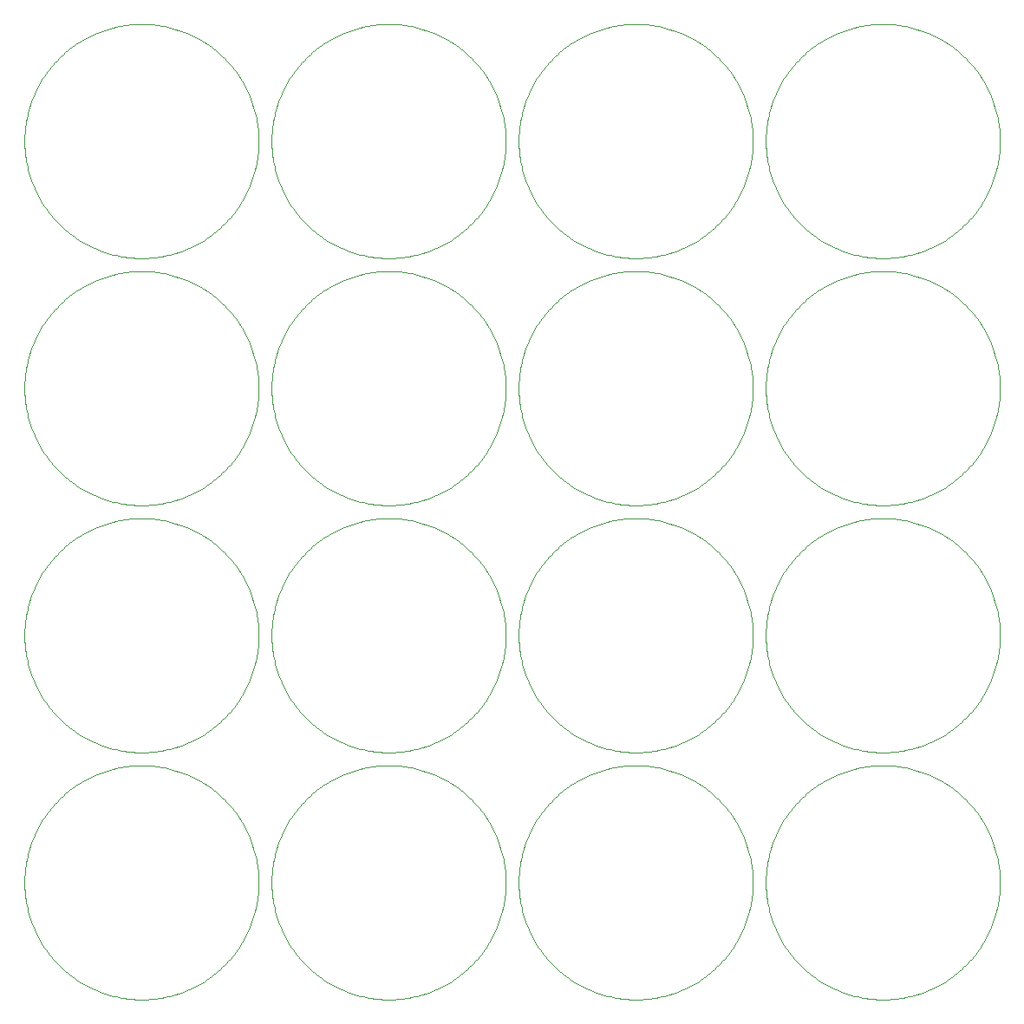
<source format=gko>
G75*
%MOIN*%
%OFA0B0*%
%FSLAX25Y25*%
%IPPOS*%
%LPD*%
%AMOC8*
5,1,8,0,0,1.08239X$1,22.5*
%
%ADD10C,0.00100*%
D10*
X0001050Y0046050D02*
X0001064Y0047154D01*
X0001104Y0048258D01*
X0001172Y0049360D01*
X0001267Y0050461D01*
X0001388Y0051558D01*
X0001537Y0052653D01*
X0001713Y0053743D01*
X0001915Y0054829D01*
X0002143Y0055910D01*
X0002399Y0056984D01*
X0002680Y0058052D01*
X0002988Y0059113D01*
X0003321Y0060166D01*
X0003681Y0061210D01*
X0004065Y0062245D01*
X0004475Y0063271D01*
X0004911Y0064286D01*
X0005370Y0065290D01*
X0005855Y0066283D01*
X0006364Y0067263D01*
X0006896Y0068230D01*
X0007452Y0069185D01*
X0008032Y0070125D01*
X0008634Y0071051D01*
X0009259Y0071961D01*
X0009906Y0072856D01*
X0010574Y0073735D01*
X0011265Y0074598D01*
X0011976Y0075443D01*
X0012707Y0076270D01*
X0013459Y0077079D01*
X0014230Y0077870D01*
X0015021Y0078641D01*
X0015830Y0079393D01*
X0016657Y0080124D01*
X0017502Y0080835D01*
X0018365Y0081526D01*
X0019244Y0082194D01*
X0020139Y0082841D01*
X0021049Y0083466D01*
X0021975Y0084068D01*
X0022915Y0084648D01*
X0023870Y0085204D01*
X0024837Y0085736D01*
X0025817Y0086245D01*
X0026810Y0086730D01*
X0027814Y0087189D01*
X0028829Y0087625D01*
X0029855Y0088035D01*
X0030890Y0088419D01*
X0031934Y0088779D01*
X0032987Y0089112D01*
X0034048Y0089420D01*
X0035116Y0089701D01*
X0036190Y0089957D01*
X0037271Y0090185D01*
X0038357Y0090387D01*
X0039447Y0090563D01*
X0040542Y0090712D01*
X0041639Y0090833D01*
X0042740Y0090928D01*
X0043842Y0090996D01*
X0044946Y0091036D01*
X0046050Y0091050D01*
X0047154Y0091036D01*
X0048258Y0090996D01*
X0049360Y0090928D01*
X0050461Y0090833D01*
X0051558Y0090712D01*
X0052653Y0090563D01*
X0053743Y0090387D01*
X0054829Y0090185D01*
X0055910Y0089957D01*
X0056984Y0089701D01*
X0058052Y0089420D01*
X0059113Y0089112D01*
X0060166Y0088779D01*
X0061210Y0088419D01*
X0062245Y0088035D01*
X0063271Y0087625D01*
X0064286Y0087189D01*
X0065290Y0086730D01*
X0066283Y0086245D01*
X0067263Y0085736D01*
X0068230Y0085204D01*
X0069185Y0084648D01*
X0070125Y0084068D01*
X0071051Y0083466D01*
X0071961Y0082841D01*
X0072856Y0082194D01*
X0073735Y0081526D01*
X0074598Y0080835D01*
X0075443Y0080124D01*
X0076270Y0079393D01*
X0077079Y0078641D01*
X0077870Y0077870D01*
X0078641Y0077079D01*
X0079393Y0076270D01*
X0080124Y0075443D01*
X0080835Y0074598D01*
X0081526Y0073735D01*
X0082194Y0072856D01*
X0082841Y0071961D01*
X0083466Y0071051D01*
X0084068Y0070125D01*
X0084648Y0069185D01*
X0085204Y0068230D01*
X0085736Y0067263D01*
X0086245Y0066283D01*
X0086730Y0065290D01*
X0087189Y0064286D01*
X0087625Y0063271D01*
X0088035Y0062245D01*
X0088419Y0061210D01*
X0088779Y0060166D01*
X0089112Y0059113D01*
X0089420Y0058052D01*
X0089701Y0056984D01*
X0089957Y0055910D01*
X0090185Y0054829D01*
X0090387Y0053743D01*
X0090563Y0052653D01*
X0090712Y0051558D01*
X0090833Y0050461D01*
X0090928Y0049360D01*
X0090996Y0048258D01*
X0091036Y0047154D01*
X0091050Y0046050D01*
X0091036Y0044946D01*
X0090996Y0043842D01*
X0090928Y0042740D01*
X0090833Y0041639D01*
X0090712Y0040542D01*
X0090563Y0039447D01*
X0090387Y0038357D01*
X0090185Y0037271D01*
X0089957Y0036190D01*
X0089701Y0035116D01*
X0089420Y0034048D01*
X0089112Y0032987D01*
X0088779Y0031934D01*
X0088419Y0030890D01*
X0088035Y0029855D01*
X0087625Y0028829D01*
X0087189Y0027814D01*
X0086730Y0026810D01*
X0086245Y0025817D01*
X0085736Y0024837D01*
X0085204Y0023870D01*
X0084648Y0022915D01*
X0084068Y0021975D01*
X0083466Y0021049D01*
X0082841Y0020139D01*
X0082194Y0019244D01*
X0081526Y0018365D01*
X0080835Y0017502D01*
X0080124Y0016657D01*
X0079393Y0015830D01*
X0078641Y0015021D01*
X0077870Y0014230D01*
X0077079Y0013459D01*
X0076270Y0012707D01*
X0075443Y0011976D01*
X0074598Y0011265D01*
X0073735Y0010574D01*
X0072856Y0009906D01*
X0071961Y0009259D01*
X0071051Y0008634D01*
X0070125Y0008032D01*
X0069185Y0007452D01*
X0068230Y0006896D01*
X0067263Y0006364D01*
X0066283Y0005855D01*
X0065290Y0005370D01*
X0064286Y0004911D01*
X0063271Y0004475D01*
X0062245Y0004065D01*
X0061210Y0003681D01*
X0060166Y0003321D01*
X0059113Y0002988D01*
X0058052Y0002680D01*
X0056984Y0002399D01*
X0055910Y0002143D01*
X0054829Y0001915D01*
X0053743Y0001713D01*
X0052653Y0001537D01*
X0051558Y0001388D01*
X0050461Y0001267D01*
X0049360Y0001172D01*
X0048258Y0001104D01*
X0047154Y0001064D01*
X0046050Y0001050D01*
X0044946Y0001064D01*
X0043842Y0001104D01*
X0042740Y0001172D01*
X0041639Y0001267D01*
X0040542Y0001388D01*
X0039447Y0001537D01*
X0038357Y0001713D01*
X0037271Y0001915D01*
X0036190Y0002143D01*
X0035116Y0002399D01*
X0034048Y0002680D01*
X0032987Y0002988D01*
X0031934Y0003321D01*
X0030890Y0003681D01*
X0029855Y0004065D01*
X0028829Y0004475D01*
X0027814Y0004911D01*
X0026810Y0005370D01*
X0025817Y0005855D01*
X0024837Y0006364D01*
X0023870Y0006896D01*
X0022915Y0007452D01*
X0021975Y0008032D01*
X0021049Y0008634D01*
X0020139Y0009259D01*
X0019244Y0009906D01*
X0018365Y0010574D01*
X0017502Y0011265D01*
X0016657Y0011976D01*
X0015830Y0012707D01*
X0015021Y0013459D01*
X0014230Y0014230D01*
X0013459Y0015021D01*
X0012707Y0015830D01*
X0011976Y0016657D01*
X0011265Y0017502D01*
X0010574Y0018365D01*
X0009906Y0019244D01*
X0009259Y0020139D01*
X0008634Y0021049D01*
X0008032Y0021975D01*
X0007452Y0022915D01*
X0006896Y0023870D01*
X0006364Y0024837D01*
X0005855Y0025817D01*
X0005370Y0026810D01*
X0004911Y0027814D01*
X0004475Y0028829D01*
X0004065Y0029855D01*
X0003681Y0030890D01*
X0003321Y0031934D01*
X0002988Y0032987D01*
X0002680Y0034048D01*
X0002399Y0035116D01*
X0002143Y0036190D01*
X0001915Y0037271D01*
X0001713Y0038357D01*
X0001537Y0039447D01*
X0001388Y0040542D01*
X0001267Y0041639D01*
X0001172Y0042740D01*
X0001104Y0043842D01*
X0001064Y0044946D01*
X0001050Y0046050D01*
X0001050Y0141050D02*
X0001064Y0142154D01*
X0001104Y0143258D01*
X0001172Y0144360D01*
X0001267Y0145461D01*
X0001388Y0146558D01*
X0001537Y0147653D01*
X0001713Y0148743D01*
X0001915Y0149829D01*
X0002143Y0150910D01*
X0002399Y0151984D01*
X0002680Y0153052D01*
X0002988Y0154113D01*
X0003321Y0155166D01*
X0003681Y0156210D01*
X0004065Y0157245D01*
X0004475Y0158271D01*
X0004911Y0159286D01*
X0005370Y0160290D01*
X0005855Y0161283D01*
X0006364Y0162263D01*
X0006896Y0163230D01*
X0007452Y0164185D01*
X0008032Y0165125D01*
X0008634Y0166051D01*
X0009259Y0166961D01*
X0009906Y0167856D01*
X0010574Y0168735D01*
X0011265Y0169598D01*
X0011976Y0170443D01*
X0012707Y0171270D01*
X0013459Y0172079D01*
X0014230Y0172870D01*
X0015021Y0173641D01*
X0015830Y0174393D01*
X0016657Y0175124D01*
X0017502Y0175835D01*
X0018365Y0176526D01*
X0019244Y0177194D01*
X0020139Y0177841D01*
X0021049Y0178466D01*
X0021975Y0179068D01*
X0022915Y0179648D01*
X0023870Y0180204D01*
X0024837Y0180736D01*
X0025817Y0181245D01*
X0026810Y0181730D01*
X0027814Y0182189D01*
X0028829Y0182625D01*
X0029855Y0183035D01*
X0030890Y0183419D01*
X0031934Y0183779D01*
X0032987Y0184112D01*
X0034048Y0184420D01*
X0035116Y0184701D01*
X0036190Y0184957D01*
X0037271Y0185185D01*
X0038357Y0185387D01*
X0039447Y0185563D01*
X0040542Y0185712D01*
X0041639Y0185833D01*
X0042740Y0185928D01*
X0043842Y0185996D01*
X0044946Y0186036D01*
X0046050Y0186050D01*
X0047154Y0186036D01*
X0048258Y0185996D01*
X0049360Y0185928D01*
X0050461Y0185833D01*
X0051558Y0185712D01*
X0052653Y0185563D01*
X0053743Y0185387D01*
X0054829Y0185185D01*
X0055910Y0184957D01*
X0056984Y0184701D01*
X0058052Y0184420D01*
X0059113Y0184112D01*
X0060166Y0183779D01*
X0061210Y0183419D01*
X0062245Y0183035D01*
X0063271Y0182625D01*
X0064286Y0182189D01*
X0065290Y0181730D01*
X0066283Y0181245D01*
X0067263Y0180736D01*
X0068230Y0180204D01*
X0069185Y0179648D01*
X0070125Y0179068D01*
X0071051Y0178466D01*
X0071961Y0177841D01*
X0072856Y0177194D01*
X0073735Y0176526D01*
X0074598Y0175835D01*
X0075443Y0175124D01*
X0076270Y0174393D01*
X0077079Y0173641D01*
X0077870Y0172870D01*
X0078641Y0172079D01*
X0079393Y0171270D01*
X0080124Y0170443D01*
X0080835Y0169598D01*
X0081526Y0168735D01*
X0082194Y0167856D01*
X0082841Y0166961D01*
X0083466Y0166051D01*
X0084068Y0165125D01*
X0084648Y0164185D01*
X0085204Y0163230D01*
X0085736Y0162263D01*
X0086245Y0161283D01*
X0086730Y0160290D01*
X0087189Y0159286D01*
X0087625Y0158271D01*
X0088035Y0157245D01*
X0088419Y0156210D01*
X0088779Y0155166D01*
X0089112Y0154113D01*
X0089420Y0153052D01*
X0089701Y0151984D01*
X0089957Y0150910D01*
X0090185Y0149829D01*
X0090387Y0148743D01*
X0090563Y0147653D01*
X0090712Y0146558D01*
X0090833Y0145461D01*
X0090928Y0144360D01*
X0090996Y0143258D01*
X0091036Y0142154D01*
X0091050Y0141050D01*
X0091036Y0139946D01*
X0090996Y0138842D01*
X0090928Y0137740D01*
X0090833Y0136639D01*
X0090712Y0135542D01*
X0090563Y0134447D01*
X0090387Y0133357D01*
X0090185Y0132271D01*
X0089957Y0131190D01*
X0089701Y0130116D01*
X0089420Y0129048D01*
X0089112Y0127987D01*
X0088779Y0126934D01*
X0088419Y0125890D01*
X0088035Y0124855D01*
X0087625Y0123829D01*
X0087189Y0122814D01*
X0086730Y0121810D01*
X0086245Y0120817D01*
X0085736Y0119837D01*
X0085204Y0118870D01*
X0084648Y0117915D01*
X0084068Y0116975D01*
X0083466Y0116049D01*
X0082841Y0115139D01*
X0082194Y0114244D01*
X0081526Y0113365D01*
X0080835Y0112502D01*
X0080124Y0111657D01*
X0079393Y0110830D01*
X0078641Y0110021D01*
X0077870Y0109230D01*
X0077079Y0108459D01*
X0076270Y0107707D01*
X0075443Y0106976D01*
X0074598Y0106265D01*
X0073735Y0105574D01*
X0072856Y0104906D01*
X0071961Y0104259D01*
X0071051Y0103634D01*
X0070125Y0103032D01*
X0069185Y0102452D01*
X0068230Y0101896D01*
X0067263Y0101364D01*
X0066283Y0100855D01*
X0065290Y0100370D01*
X0064286Y0099911D01*
X0063271Y0099475D01*
X0062245Y0099065D01*
X0061210Y0098681D01*
X0060166Y0098321D01*
X0059113Y0097988D01*
X0058052Y0097680D01*
X0056984Y0097399D01*
X0055910Y0097143D01*
X0054829Y0096915D01*
X0053743Y0096713D01*
X0052653Y0096537D01*
X0051558Y0096388D01*
X0050461Y0096267D01*
X0049360Y0096172D01*
X0048258Y0096104D01*
X0047154Y0096064D01*
X0046050Y0096050D01*
X0044946Y0096064D01*
X0043842Y0096104D01*
X0042740Y0096172D01*
X0041639Y0096267D01*
X0040542Y0096388D01*
X0039447Y0096537D01*
X0038357Y0096713D01*
X0037271Y0096915D01*
X0036190Y0097143D01*
X0035116Y0097399D01*
X0034048Y0097680D01*
X0032987Y0097988D01*
X0031934Y0098321D01*
X0030890Y0098681D01*
X0029855Y0099065D01*
X0028829Y0099475D01*
X0027814Y0099911D01*
X0026810Y0100370D01*
X0025817Y0100855D01*
X0024837Y0101364D01*
X0023870Y0101896D01*
X0022915Y0102452D01*
X0021975Y0103032D01*
X0021049Y0103634D01*
X0020139Y0104259D01*
X0019244Y0104906D01*
X0018365Y0105574D01*
X0017502Y0106265D01*
X0016657Y0106976D01*
X0015830Y0107707D01*
X0015021Y0108459D01*
X0014230Y0109230D01*
X0013459Y0110021D01*
X0012707Y0110830D01*
X0011976Y0111657D01*
X0011265Y0112502D01*
X0010574Y0113365D01*
X0009906Y0114244D01*
X0009259Y0115139D01*
X0008634Y0116049D01*
X0008032Y0116975D01*
X0007452Y0117915D01*
X0006896Y0118870D01*
X0006364Y0119837D01*
X0005855Y0120817D01*
X0005370Y0121810D01*
X0004911Y0122814D01*
X0004475Y0123829D01*
X0004065Y0124855D01*
X0003681Y0125890D01*
X0003321Y0126934D01*
X0002988Y0127987D01*
X0002680Y0129048D01*
X0002399Y0130116D01*
X0002143Y0131190D01*
X0001915Y0132271D01*
X0001713Y0133357D01*
X0001537Y0134447D01*
X0001388Y0135542D01*
X0001267Y0136639D01*
X0001172Y0137740D01*
X0001104Y0138842D01*
X0001064Y0139946D01*
X0001050Y0141050D01*
X0001050Y0236050D02*
X0001064Y0237154D01*
X0001104Y0238258D01*
X0001172Y0239360D01*
X0001267Y0240461D01*
X0001388Y0241558D01*
X0001537Y0242653D01*
X0001713Y0243743D01*
X0001915Y0244829D01*
X0002143Y0245910D01*
X0002399Y0246984D01*
X0002680Y0248052D01*
X0002988Y0249113D01*
X0003321Y0250166D01*
X0003681Y0251210D01*
X0004065Y0252245D01*
X0004475Y0253271D01*
X0004911Y0254286D01*
X0005370Y0255290D01*
X0005855Y0256283D01*
X0006364Y0257263D01*
X0006896Y0258230D01*
X0007452Y0259185D01*
X0008032Y0260125D01*
X0008634Y0261051D01*
X0009259Y0261961D01*
X0009906Y0262856D01*
X0010574Y0263735D01*
X0011265Y0264598D01*
X0011976Y0265443D01*
X0012707Y0266270D01*
X0013459Y0267079D01*
X0014230Y0267870D01*
X0015021Y0268641D01*
X0015830Y0269393D01*
X0016657Y0270124D01*
X0017502Y0270835D01*
X0018365Y0271526D01*
X0019244Y0272194D01*
X0020139Y0272841D01*
X0021049Y0273466D01*
X0021975Y0274068D01*
X0022915Y0274648D01*
X0023870Y0275204D01*
X0024837Y0275736D01*
X0025817Y0276245D01*
X0026810Y0276730D01*
X0027814Y0277189D01*
X0028829Y0277625D01*
X0029855Y0278035D01*
X0030890Y0278419D01*
X0031934Y0278779D01*
X0032987Y0279112D01*
X0034048Y0279420D01*
X0035116Y0279701D01*
X0036190Y0279957D01*
X0037271Y0280185D01*
X0038357Y0280387D01*
X0039447Y0280563D01*
X0040542Y0280712D01*
X0041639Y0280833D01*
X0042740Y0280928D01*
X0043842Y0280996D01*
X0044946Y0281036D01*
X0046050Y0281050D01*
X0047154Y0281036D01*
X0048258Y0280996D01*
X0049360Y0280928D01*
X0050461Y0280833D01*
X0051558Y0280712D01*
X0052653Y0280563D01*
X0053743Y0280387D01*
X0054829Y0280185D01*
X0055910Y0279957D01*
X0056984Y0279701D01*
X0058052Y0279420D01*
X0059113Y0279112D01*
X0060166Y0278779D01*
X0061210Y0278419D01*
X0062245Y0278035D01*
X0063271Y0277625D01*
X0064286Y0277189D01*
X0065290Y0276730D01*
X0066283Y0276245D01*
X0067263Y0275736D01*
X0068230Y0275204D01*
X0069185Y0274648D01*
X0070125Y0274068D01*
X0071051Y0273466D01*
X0071961Y0272841D01*
X0072856Y0272194D01*
X0073735Y0271526D01*
X0074598Y0270835D01*
X0075443Y0270124D01*
X0076270Y0269393D01*
X0077079Y0268641D01*
X0077870Y0267870D01*
X0078641Y0267079D01*
X0079393Y0266270D01*
X0080124Y0265443D01*
X0080835Y0264598D01*
X0081526Y0263735D01*
X0082194Y0262856D01*
X0082841Y0261961D01*
X0083466Y0261051D01*
X0084068Y0260125D01*
X0084648Y0259185D01*
X0085204Y0258230D01*
X0085736Y0257263D01*
X0086245Y0256283D01*
X0086730Y0255290D01*
X0087189Y0254286D01*
X0087625Y0253271D01*
X0088035Y0252245D01*
X0088419Y0251210D01*
X0088779Y0250166D01*
X0089112Y0249113D01*
X0089420Y0248052D01*
X0089701Y0246984D01*
X0089957Y0245910D01*
X0090185Y0244829D01*
X0090387Y0243743D01*
X0090563Y0242653D01*
X0090712Y0241558D01*
X0090833Y0240461D01*
X0090928Y0239360D01*
X0090996Y0238258D01*
X0091036Y0237154D01*
X0091050Y0236050D01*
X0091036Y0234946D01*
X0090996Y0233842D01*
X0090928Y0232740D01*
X0090833Y0231639D01*
X0090712Y0230542D01*
X0090563Y0229447D01*
X0090387Y0228357D01*
X0090185Y0227271D01*
X0089957Y0226190D01*
X0089701Y0225116D01*
X0089420Y0224048D01*
X0089112Y0222987D01*
X0088779Y0221934D01*
X0088419Y0220890D01*
X0088035Y0219855D01*
X0087625Y0218829D01*
X0087189Y0217814D01*
X0086730Y0216810D01*
X0086245Y0215817D01*
X0085736Y0214837D01*
X0085204Y0213870D01*
X0084648Y0212915D01*
X0084068Y0211975D01*
X0083466Y0211049D01*
X0082841Y0210139D01*
X0082194Y0209244D01*
X0081526Y0208365D01*
X0080835Y0207502D01*
X0080124Y0206657D01*
X0079393Y0205830D01*
X0078641Y0205021D01*
X0077870Y0204230D01*
X0077079Y0203459D01*
X0076270Y0202707D01*
X0075443Y0201976D01*
X0074598Y0201265D01*
X0073735Y0200574D01*
X0072856Y0199906D01*
X0071961Y0199259D01*
X0071051Y0198634D01*
X0070125Y0198032D01*
X0069185Y0197452D01*
X0068230Y0196896D01*
X0067263Y0196364D01*
X0066283Y0195855D01*
X0065290Y0195370D01*
X0064286Y0194911D01*
X0063271Y0194475D01*
X0062245Y0194065D01*
X0061210Y0193681D01*
X0060166Y0193321D01*
X0059113Y0192988D01*
X0058052Y0192680D01*
X0056984Y0192399D01*
X0055910Y0192143D01*
X0054829Y0191915D01*
X0053743Y0191713D01*
X0052653Y0191537D01*
X0051558Y0191388D01*
X0050461Y0191267D01*
X0049360Y0191172D01*
X0048258Y0191104D01*
X0047154Y0191064D01*
X0046050Y0191050D01*
X0044946Y0191064D01*
X0043842Y0191104D01*
X0042740Y0191172D01*
X0041639Y0191267D01*
X0040542Y0191388D01*
X0039447Y0191537D01*
X0038357Y0191713D01*
X0037271Y0191915D01*
X0036190Y0192143D01*
X0035116Y0192399D01*
X0034048Y0192680D01*
X0032987Y0192988D01*
X0031934Y0193321D01*
X0030890Y0193681D01*
X0029855Y0194065D01*
X0028829Y0194475D01*
X0027814Y0194911D01*
X0026810Y0195370D01*
X0025817Y0195855D01*
X0024837Y0196364D01*
X0023870Y0196896D01*
X0022915Y0197452D01*
X0021975Y0198032D01*
X0021049Y0198634D01*
X0020139Y0199259D01*
X0019244Y0199906D01*
X0018365Y0200574D01*
X0017502Y0201265D01*
X0016657Y0201976D01*
X0015830Y0202707D01*
X0015021Y0203459D01*
X0014230Y0204230D01*
X0013459Y0205021D01*
X0012707Y0205830D01*
X0011976Y0206657D01*
X0011265Y0207502D01*
X0010574Y0208365D01*
X0009906Y0209244D01*
X0009259Y0210139D01*
X0008634Y0211049D01*
X0008032Y0211975D01*
X0007452Y0212915D01*
X0006896Y0213870D01*
X0006364Y0214837D01*
X0005855Y0215817D01*
X0005370Y0216810D01*
X0004911Y0217814D01*
X0004475Y0218829D01*
X0004065Y0219855D01*
X0003681Y0220890D01*
X0003321Y0221934D01*
X0002988Y0222987D01*
X0002680Y0224048D01*
X0002399Y0225116D01*
X0002143Y0226190D01*
X0001915Y0227271D01*
X0001713Y0228357D01*
X0001537Y0229447D01*
X0001388Y0230542D01*
X0001267Y0231639D01*
X0001172Y0232740D01*
X0001104Y0233842D01*
X0001064Y0234946D01*
X0001050Y0236050D01*
X0001050Y0331050D02*
X0001064Y0332154D01*
X0001104Y0333258D01*
X0001172Y0334360D01*
X0001267Y0335461D01*
X0001388Y0336558D01*
X0001537Y0337653D01*
X0001713Y0338743D01*
X0001915Y0339829D01*
X0002143Y0340910D01*
X0002399Y0341984D01*
X0002680Y0343052D01*
X0002988Y0344113D01*
X0003321Y0345166D01*
X0003681Y0346210D01*
X0004065Y0347245D01*
X0004475Y0348271D01*
X0004911Y0349286D01*
X0005370Y0350290D01*
X0005855Y0351283D01*
X0006364Y0352263D01*
X0006896Y0353230D01*
X0007452Y0354185D01*
X0008032Y0355125D01*
X0008634Y0356051D01*
X0009259Y0356961D01*
X0009906Y0357856D01*
X0010574Y0358735D01*
X0011265Y0359598D01*
X0011976Y0360443D01*
X0012707Y0361270D01*
X0013459Y0362079D01*
X0014230Y0362870D01*
X0015021Y0363641D01*
X0015830Y0364393D01*
X0016657Y0365124D01*
X0017502Y0365835D01*
X0018365Y0366526D01*
X0019244Y0367194D01*
X0020139Y0367841D01*
X0021049Y0368466D01*
X0021975Y0369068D01*
X0022915Y0369648D01*
X0023870Y0370204D01*
X0024837Y0370736D01*
X0025817Y0371245D01*
X0026810Y0371730D01*
X0027814Y0372189D01*
X0028829Y0372625D01*
X0029855Y0373035D01*
X0030890Y0373419D01*
X0031934Y0373779D01*
X0032987Y0374112D01*
X0034048Y0374420D01*
X0035116Y0374701D01*
X0036190Y0374957D01*
X0037271Y0375185D01*
X0038357Y0375387D01*
X0039447Y0375563D01*
X0040542Y0375712D01*
X0041639Y0375833D01*
X0042740Y0375928D01*
X0043842Y0375996D01*
X0044946Y0376036D01*
X0046050Y0376050D01*
X0047154Y0376036D01*
X0048258Y0375996D01*
X0049360Y0375928D01*
X0050461Y0375833D01*
X0051558Y0375712D01*
X0052653Y0375563D01*
X0053743Y0375387D01*
X0054829Y0375185D01*
X0055910Y0374957D01*
X0056984Y0374701D01*
X0058052Y0374420D01*
X0059113Y0374112D01*
X0060166Y0373779D01*
X0061210Y0373419D01*
X0062245Y0373035D01*
X0063271Y0372625D01*
X0064286Y0372189D01*
X0065290Y0371730D01*
X0066283Y0371245D01*
X0067263Y0370736D01*
X0068230Y0370204D01*
X0069185Y0369648D01*
X0070125Y0369068D01*
X0071051Y0368466D01*
X0071961Y0367841D01*
X0072856Y0367194D01*
X0073735Y0366526D01*
X0074598Y0365835D01*
X0075443Y0365124D01*
X0076270Y0364393D01*
X0077079Y0363641D01*
X0077870Y0362870D01*
X0078641Y0362079D01*
X0079393Y0361270D01*
X0080124Y0360443D01*
X0080835Y0359598D01*
X0081526Y0358735D01*
X0082194Y0357856D01*
X0082841Y0356961D01*
X0083466Y0356051D01*
X0084068Y0355125D01*
X0084648Y0354185D01*
X0085204Y0353230D01*
X0085736Y0352263D01*
X0086245Y0351283D01*
X0086730Y0350290D01*
X0087189Y0349286D01*
X0087625Y0348271D01*
X0088035Y0347245D01*
X0088419Y0346210D01*
X0088779Y0345166D01*
X0089112Y0344113D01*
X0089420Y0343052D01*
X0089701Y0341984D01*
X0089957Y0340910D01*
X0090185Y0339829D01*
X0090387Y0338743D01*
X0090563Y0337653D01*
X0090712Y0336558D01*
X0090833Y0335461D01*
X0090928Y0334360D01*
X0090996Y0333258D01*
X0091036Y0332154D01*
X0091050Y0331050D01*
X0091036Y0329946D01*
X0090996Y0328842D01*
X0090928Y0327740D01*
X0090833Y0326639D01*
X0090712Y0325542D01*
X0090563Y0324447D01*
X0090387Y0323357D01*
X0090185Y0322271D01*
X0089957Y0321190D01*
X0089701Y0320116D01*
X0089420Y0319048D01*
X0089112Y0317987D01*
X0088779Y0316934D01*
X0088419Y0315890D01*
X0088035Y0314855D01*
X0087625Y0313829D01*
X0087189Y0312814D01*
X0086730Y0311810D01*
X0086245Y0310817D01*
X0085736Y0309837D01*
X0085204Y0308870D01*
X0084648Y0307915D01*
X0084068Y0306975D01*
X0083466Y0306049D01*
X0082841Y0305139D01*
X0082194Y0304244D01*
X0081526Y0303365D01*
X0080835Y0302502D01*
X0080124Y0301657D01*
X0079393Y0300830D01*
X0078641Y0300021D01*
X0077870Y0299230D01*
X0077079Y0298459D01*
X0076270Y0297707D01*
X0075443Y0296976D01*
X0074598Y0296265D01*
X0073735Y0295574D01*
X0072856Y0294906D01*
X0071961Y0294259D01*
X0071051Y0293634D01*
X0070125Y0293032D01*
X0069185Y0292452D01*
X0068230Y0291896D01*
X0067263Y0291364D01*
X0066283Y0290855D01*
X0065290Y0290370D01*
X0064286Y0289911D01*
X0063271Y0289475D01*
X0062245Y0289065D01*
X0061210Y0288681D01*
X0060166Y0288321D01*
X0059113Y0287988D01*
X0058052Y0287680D01*
X0056984Y0287399D01*
X0055910Y0287143D01*
X0054829Y0286915D01*
X0053743Y0286713D01*
X0052653Y0286537D01*
X0051558Y0286388D01*
X0050461Y0286267D01*
X0049360Y0286172D01*
X0048258Y0286104D01*
X0047154Y0286064D01*
X0046050Y0286050D01*
X0044946Y0286064D01*
X0043842Y0286104D01*
X0042740Y0286172D01*
X0041639Y0286267D01*
X0040542Y0286388D01*
X0039447Y0286537D01*
X0038357Y0286713D01*
X0037271Y0286915D01*
X0036190Y0287143D01*
X0035116Y0287399D01*
X0034048Y0287680D01*
X0032987Y0287988D01*
X0031934Y0288321D01*
X0030890Y0288681D01*
X0029855Y0289065D01*
X0028829Y0289475D01*
X0027814Y0289911D01*
X0026810Y0290370D01*
X0025817Y0290855D01*
X0024837Y0291364D01*
X0023870Y0291896D01*
X0022915Y0292452D01*
X0021975Y0293032D01*
X0021049Y0293634D01*
X0020139Y0294259D01*
X0019244Y0294906D01*
X0018365Y0295574D01*
X0017502Y0296265D01*
X0016657Y0296976D01*
X0015830Y0297707D01*
X0015021Y0298459D01*
X0014230Y0299230D01*
X0013459Y0300021D01*
X0012707Y0300830D01*
X0011976Y0301657D01*
X0011265Y0302502D01*
X0010574Y0303365D01*
X0009906Y0304244D01*
X0009259Y0305139D01*
X0008634Y0306049D01*
X0008032Y0306975D01*
X0007452Y0307915D01*
X0006896Y0308870D01*
X0006364Y0309837D01*
X0005855Y0310817D01*
X0005370Y0311810D01*
X0004911Y0312814D01*
X0004475Y0313829D01*
X0004065Y0314855D01*
X0003681Y0315890D01*
X0003321Y0316934D01*
X0002988Y0317987D01*
X0002680Y0319048D01*
X0002399Y0320116D01*
X0002143Y0321190D01*
X0001915Y0322271D01*
X0001713Y0323357D01*
X0001537Y0324447D01*
X0001388Y0325542D01*
X0001267Y0326639D01*
X0001172Y0327740D01*
X0001104Y0328842D01*
X0001064Y0329946D01*
X0001050Y0331050D01*
X0096050Y0331050D02*
X0096064Y0332154D01*
X0096104Y0333258D01*
X0096172Y0334360D01*
X0096267Y0335461D01*
X0096388Y0336558D01*
X0096537Y0337653D01*
X0096713Y0338743D01*
X0096915Y0339829D01*
X0097143Y0340910D01*
X0097399Y0341984D01*
X0097680Y0343052D01*
X0097988Y0344113D01*
X0098321Y0345166D01*
X0098681Y0346210D01*
X0099065Y0347245D01*
X0099475Y0348271D01*
X0099911Y0349286D01*
X0100370Y0350290D01*
X0100855Y0351283D01*
X0101364Y0352263D01*
X0101896Y0353230D01*
X0102452Y0354185D01*
X0103032Y0355125D01*
X0103634Y0356051D01*
X0104259Y0356961D01*
X0104906Y0357856D01*
X0105574Y0358735D01*
X0106265Y0359598D01*
X0106976Y0360443D01*
X0107707Y0361270D01*
X0108459Y0362079D01*
X0109230Y0362870D01*
X0110021Y0363641D01*
X0110830Y0364393D01*
X0111657Y0365124D01*
X0112502Y0365835D01*
X0113365Y0366526D01*
X0114244Y0367194D01*
X0115139Y0367841D01*
X0116049Y0368466D01*
X0116975Y0369068D01*
X0117915Y0369648D01*
X0118870Y0370204D01*
X0119837Y0370736D01*
X0120817Y0371245D01*
X0121810Y0371730D01*
X0122814Y0372189D01*
X0123829Y0372625D01*
X0124855Y0373035D01*
X0125890Y0373419D01*
X0126934Y0373779D01*
X0127987Y0374112D01*
X0129048Y0374420D01*
X0130116Y0374701D01*
X0131190Y0374957D01*
X0132271Y0375185D01*
X0133357Y0375387D01*
X0134447Y0375563D01*
X0135542Y0375712D01*
X0136639Y0375833D01*
X0137740Y0375928D01*
X0138842Y0375996D01*
X0139946Y0376036D01*
X0141050Y0376050D01*
X0142154Y0376036D01*
X0143258Y0375996D01*
X0144360Y0375928D01*
X0145461Y0375833D01*
X0146558Y0375712D01*
X0147653Y0375563D01*
X0148743Y0375387D01*
X0149829Y0375185D01*
X0150910Y0374957D01*
X0151984Y0374701D01*
X0153052Y0374420D01*
X0154113Y0374112D01*
X0155166Y0373779D01*
X0156210Y0373419D01*
X0157245Y0373035D01*
X0158271Y0372625D01*
X0159286Y0372189D01*
X0160290Y0371730D01*
X0161283Y0371245D01*
X0162263Y0370736D01*
X0163230Y0370204D01*
X0164185Y0369648D01*
X0165125Y0369068D01*
X0166051Y0368466D01*
X0166961Y0367841D01*
X0167856Y0367194D01*
X0168735Y0366526D01*
X0169598Y0365835D01*
X0170443Y0365124D01*
X0171270Y0364393D01*
X0172079Y0363641D01*
X0172870Y0362870D01*
X0173641Y0362079D01*
X0174393Y0361270D01*
X0175124Y0360443D01*
X0175835Y0359598D01*
X0176526Y0358735D01*
X0177194Y0357856D01*
X0177841Y0356961D01*
X0178466Y0356051D01*
X0179068Y0355125D01*
X0179648Y0354185D01*
X0180204Y0353230D01*
X0180736Y0352263D01*
X0181245Y0351283D01*
X0181730Y0350290D01*
X0182189Y0349286D01*
X0182625Y0348271D01*
X0183035Y0347245D01*
X0183419Y0346210D01*
X0183779Y0345166D01*
X0184112Y0344113D01*
X0184420Y0343052D01*
X0184701Y0341984D01*
X0184957Y0340910D01*
X0185185Y0339829D01*
X0185387Y0338743D01*
X0185563Y0337653D01*
X0185712Y0336558D01*
X0185833Y0335461D01*
X0185928Y0334360D01*
X0185996Y0333258D01*
X0186036Y0332154D01*
X0186050Y0331050D01*
X0186036Y0329946D01*
X0185996Y0328842D01*
X0185928Y0327740D01*
X0185833Y0326639D01*
X0185712Y0325542D01*
X0185563Y0324447D01*
X0185387Y0323357D01*
X0185185Y0322271D01*
X0184957Y0321190D01*
X0184701Y0320116D01*
X0184420Y0319048D01*
X0184112Y0317987D01*
X0183779Y0316934D01*
X0183419Y0315890D01*
X0183035Y0314855D01*
X0182625Y0313829D01*
X0182189Y0312814D01*
X0181730Y0311810D01*
X0181245Y0310817D01*
X0180736Y0309837D01*
X0180204Y0308870D01*
X0179648Y0307915D01*
X0179068Y0306975D01*
X0178466Y0306049D01*
X0177841Y0305139D01*
X0177194Y0304244D01*
X0176526Y0303365D01*
X0175835Y0302502D01*
X0175124Y0301657D01*
X0174393Y0300830D01*
X0173641Y0300021D01*
X0172870Y0299230D01*
X0172079Y0298459D01*
X0171270Y0297707D01*
X0170443Y0296976D01*
X0169598Y0296265D01*
X0168735Y0295574D01*
X0167856Y0294906D01*
X0166961Y0294259D01*
X0166051Y0293634D01*
X0165125Y0293032D01*
X0164185Y0292452D01*
X0163230Y0291896D01*
X0162263Y0291364D01*
X0161283Y0290855D01*
X0160290Y0290370D01*
X0159286Y0289911D01*
X0158271Y0289475D01*
X0157245Y0289065D01*
X0156210Y0288681D01*
X0155166Y0288321D01*
X0154113Y0287988D01*
X0153052Y0287680D01*
X0151984Y0287399D01*
X0150910Y0287143D01*
X0149829Y0286915D01*
X0148743Y0286713D01*
X0147653Y0286537D01*
X0146558Y0286388D01*
X0145461Y0286267D01*
X0144360Y0286172D01*
X0143258Y0286104D01*
X0142154Y0286064D01*
X0141050Y0286050D01*
X0139946Y0286064D01*
X0138842Y0286104D01*
X0137740Y0286172D01*
X0136639Y0286267D01*
X0135542Y0286388D01*
X0134447Y0286537D01*
X0133357Y0286713D01*
X0132271Y0286915D01*
X0131190Y0287143D01*
X0130116Y0287399D01*
X0129048Y0287680D01*
X0127987Y0287988D01*
X0126934Y0288321D01*
X0125890Y0288681D01*
X0124855Y0289065D01*
X0123829Y0289475D01*
X0122814Y0289911D01*
X0121810Y0290370D01*
X0120817Y0290855D01*
X0119837Y0291364D01*
X0118870Y0291896D01*
X0117915Y0292452D01*
X0116975Y0293032D01*
X0116049Y0293634D01*
X0115139Y0294259D01*
X0114244Y0294906D01*
X0113365Y0295574D01*
X0112502Y0296265D01*
X0111657Y0296976D01*
X0110830Y0297707D01*
X0110021Y0298459D01*
X0109230Y0299230D01*
X0108459Y0300021D01*
X0107707Y0300830D01*
X0106976Y0301657D01*
X0106265Y0302502D01*
X0105574Y0303365D01*
X0104906Y0304244D01*
X0104259Y0305139D01*
X0103634Y0306049D01*
X0103032Y0306975D01*
X0102452Y0307915D01*
X0101896Y0308870D01*
X0101364Y0309837D01*
X0100855Y0310817D01*
X0100370Y0311810D01*
X0099911Y0312814D01*
X0099475Y0313829D01*
X0099065Y0314855D01*
X0098681Y0315890D01*
X0098321Y0316934D01*
X0097988Y0317987D01*
X0097680Y0319048D01*
X0097399Y0320116D01*
X0097143Y0321190D01*
X0096915Y0322271D01*
X0096713Y0323357D01*
X0096537Y0324447D01*
X0096388Y0325542D01*
X0096267Y0326639D01*
X0096172Y0327740D01*
X0096104Y0328842D01*
X0096064Y0329946D01*
X0096050Y0331050D01*
X0096050Y0236050D02*
X0096064Y0237154D01*
X0096104Y0238258D01*
X0096172Y0239360D01*
X0096267Y0240461D01*
X0096388Y0241558D01*
X0096537Y0242653D01*
X0096713Y0243743D01*
X0096915Y0244829D01*
X0097143Y0245910D01*
X0097399Y0246984D01*
X0097680Y0248052D01*
X0097988Y0249113D01*
X0098321Y0250166D01*
X0098681Y0251210D01*
X0099065Y0252245D01*
X0099475Y0253271D01*
X0099911Y0254286D01*
X0100370Y0255290D01*
X0100855Y0256283D01*
X0101364Y0257263D01*
X0101896Y0258230D01*
X0102452Y0259185D01*
X0103032Y0260125D01*
X0103634Y0261051D01*
X0104259Y0261961D01*
X0104906Y0262856D01*
X0105574Y0263735D01*
X0106265Y0264598D01*
X0106976Y0265443D01*
X0107707Y0266270D01*
X0108459Y0267079D01*
X0109230Y0267870D01*
X0110021Y0268641D01*
X0110830Y0269393D01*
X0111657Y0270124D01*
X0112502Y0270835D01*
X0113365Y0271526D01*
X0114244Y0272194D01*
X0115139Y0272841D01*
X0116049Y0273466D01*
X0116975Y0274068D01*
X0117915Y0274648D01*
X0118870Y0275204D01*
X0119837Y0275736D01*
X0120817Y0276245D01*
X0121810Y0276730D01*
X0122814Y0277189D01*
X0123829Y0277625D01*
X0124855Y0278035D01*
X0125890Y0278419D01*
X0126934Y0278779D01*
X0127987Y0279112D01*
X0129048Y0279420D01*
X0130116Y0279701D01*
X0131190Y0279957D01*
X0132271Y0280185D01*
X0133357Y0280387D01*
X0134447Y0280563D01*
X0135542Y0280712D01*
X0136639Y0280833D01*
X0137740Y0280928D01*
X0138842Y0280996D01*
X0139946Y0281036D01*
X0141050Y0281050D01*
X0142154Y0281036D01*
X0143258Y0280996D01*
X0144360Y0280928D01*
X0145461Y0280833D01*
X0146558Y0280712D01*
X0147653Y0280563D01*
X0148743Y0280387D01*
X0149829Y0280185D01*
X0150910Y0279957D01*
X0151984Y0279701D01*
X0153052Y0279420D01*
X0154113Y0279112D01*
X0155166Y0278779D01*
X0156210Y0278419D01*
X0157245Y0278035D01*
X0158271Y0277625D01*
X0159286Y0277189D01*
X0160290Y0276730D01*
X0161283Y0276245D01*
X0162263Y0275736D01*
X0163230Y0275204D01*
X0164185Y0274648D01*
X0165125Y0274068D01*
X0166051Y0273466D01*
X0166961Y0272841D01*
X0167856Y0272194D01*
X0168735Y0271526D01*
X0169598Y0270835D01*
X0170443Y0270124D01*
X0171270Y0269393D01*
X0172079Y0268641D01*
X0172870Y0267870D01*
X0173641Y0267079D01*
X0174393Y0266270D01*
X0175124Y0265443D01*
X0175835Y0264598D01*
X0176526Y0263735D01*
X0177194Y0262856D01*
X0177841Y0261961D01*
X0178466Y0261051D01*
X0179068Y0260125D01*
X0179648Y0259185D01*
X0180204Y0258230D01*
X0180736Y0257263D01*
X0181245Y0256283D01*
X0181730Y0255290D01*
X0182189Y0254286D01*
X0182625Y0253271D01*
X0183035Y0252245D01*
X0183419Y0251210D01*
X0183779Y0250166D01*
X0184112Y0249113D01*
X0184420Y0248052D01*
X0184701Y0246984D01*
X0184957Y0245910D01*
X0185185Y0244829D01*
X0185387Y0243743D01*
X0185563Y0242653D01*
X0185712Y0241558D01*
X0185833Y0240461D01*
X0185928Y0239360D01*
X0185996Y0238258D01*
X0186036Y0237154D01*
X0186050Y0236050D01*
X0186036Y0234946D01*
X0185996Y0233842D01*
X0185928Y0232740D01*
X0185833Y0231639D01*
X0185712Y0230542D01*
X0185563Y0229447D01*
X0185387Y0228357D01*
X0185185Y0227271D01*
X0184957Y0226190D01*
X0184701Y0225116D01*
X0184420Y0224048D01*
X0184112Y0222987D01*
X0183779Y0221934D01*
X0183419Y0220890D01*
X0183035Y0219855D01*
X0182625Y0218829D01*
X0182189Y0217814D01*
X0181730Y0216810D01*
X0181245Y0215817D01*
X0180736Y0214837D01*
X0180204Y0213870D01*
X0179648Y0212915D01*
X0179068Y0211975D01*
X0178466Y0211049D01*
X0177841Y0210139D01*
X0177194Y0209244D01*
X0176526Y0208365D01*
X0175835Y0207502D01*
X0175124Y0206657D01*
X0174393Y0205830D01*
X0173641Y0205021D01*
X0172870Y0204230D01*
X0172079Y0203459D01*
X0171270Y0202707D01*
X0170443Y0201976D01*
X0169598Y0201265D01*
X0168735Y0200574D01*
X0167856Y0199906D01*
X0166961Y0199259D01*
X0166051Y0198634D01*
X0165125Y0198032D01*
X0164185Y0197452D01*
X0163230Y0196896D01*
X0162263Y0196364D01*
X0161283Y0195855D01*
X0160290Y0195370D01*
X0159286Y0194911D01*
X0158271Y0194475D01*
X0157245Y0194065D01*
X0156210Y0193681D01*
X0155166Y0193321D01*
X0154113Y0192988D01*
X0153052Y0192680D01*
X0151984Y0192399D01*
X0150910Y0192143D01*
X0149829Y0191915D01*
X0148743Y0191713D01*
X0147653Y0191537D01*
X0146558Y0191388D01*
X0145461Y0191267D01*
X0144360Y0191172D01*
X0143258Y0191104D01*
X0142154Y0191064D01*
X0141050Y0191050D01*
X0139946Y0191064D01*
X0138842Y0191104D01*
X0137740Y0191172D01*
X0136639Y0191267D01*
X0135542Y0191388D01*
X0134447Y0191537D01*
X0133357Y0191713D01*
X0132271Y0191915D01*
X0131190Y0192143D01*
X0130116Y0192399D01*
X0129048Y0192680D01*
X0127987Y0192988D01*
X0126934Y0193321D01*
X0125890Y0193681D01*
X0124855Y0194065D01*
X0123829Y0194475D01*
X0122814Y0194911D01*
X0121810Y0195370D01*
X0120817Y0195855D01*
X0119837Y0196364D01*
X0118870Y0196896D01*
X0117915Y0197452D01*
X0116975Y0198032D01*
X0116049Y0198634D01*
X0115139Y0199259D01*
X0114244Y0199906D01*
X0113365Y0200574D01*
X0112502Y0201265D01*
X0111657Y0201976D01*
X0110830Y0202707D01*
X0110021Y0203459D01*
X0109230Y0204230D01*
X0108459Y0205021D01*
X0107707Y0205830D01*
X0106976Y0206657D01*
X0106265Y0207502D01*
X0105574Y0208365D01*
X0104906Y0209244D01*
X0104259Y0210139D01*
X0103634Y0211049D01*
X0103032Y0211975D01*
X0102452Y0212915D01*
X0101896Y0213870D01*
X0101364Y0214837D01*
X0100855Y0215817D01*
X0100370Y0216810D01*
X0099911Y0217814D01*
X0099475Y0218829D01*
X0099065Y0219855D01*
X0098681Y0220890D01*
X0098321Y0221934D01*
X0097988Y0222987D01*
X0097680Y0224048D01*
X0097399Y0225116D01*
X0097143Y0226190D01*
X0096915Y0227271D01*
X0096713Y0228357D01*
X0096537Y0229447D01*
X0096388Y0230542D01*
X0096267Y0231639D01*
X0096172Y0232740D01*
X0096104Y0233842D01*
X0096064Y0234946D01*
X0096050Y0236050D01*
X0096050Y0141050D02*
X0096064Y0142154D01*
X0096104Y0143258D01*
X0096172Y0144360D01*
X0096267Y0145461D01*
X0096388Y0146558D01*
X0096537Y0147653D01*
X0096713Y0148743D01*
X0096915Y0149829D01*
X0097143Y0150910D01*
X0097399Y0151984D01*
X0097680Y0153052D01*
X0097988Y0154113D01*
X0098321Y0155166D01*
X0098681Y0156210D01*
X0099065Y0157245D01*
X0099475Y0158271D01*
X0099911Y0159286D01*
X0100370Y0160290D01*
X0100855Y0161283D01*
X0101364Y0162263D01*
X0101896Y0163230D01*
X0102452Y0164185D01*
X0103032Y0165125D01*
X0103634Y0166051D01*
X0104259Y0166961D01*
X0104906Y0167856D01*
X0105574Y0168735D01*
X0106265Y0169598D01*
X0106976Y0170443D01*
X0107707Y0171270D01*
X0108459Y0172079D01*
X0109230Y0172870D01*
X0110021Y0173641D01*
X0110830Y0174393D01*
X0111657Y0175124D01*
X0112502Y0175835D01*
X0113365Y0176526D01*
X0114244Y0177194D01*
X0115139Y0177841D01*
X0116049Y0178466D01*
X0116975Y0179068D01*
X0117915Y0179648D01*
X0118870Y0180204D01*
X0119837Y0180736D01*
X0120817Y0181245D01*
X0121810Y0181730D01*
X0122814Y0182189D01*
X0123829Y0182625D01*
X0124855Y0183035D01*
X0125890Y0183419D01*
X0126934Y0183779D01*
X0127987Y0184112D01*
X0129048Y0184420D01*
X0130116Y0184701D01*
X0131190Y0184957D01*
X0132271Y0185185D01*
X0133357Y0185387D01*
X0134447Y0185563D01*
X0135542Y0185712D01*
X0136639Y0185833D01*
X0137740Y0185928D01*
X0138842Y0185996D01*
X0139946Y0186036D01*
X0141050Y0186050D01*
X0142154Y0186036D01*
X0143258Y0185996D01*
X0144360Y0185928D01*
X0145461Y0185833D01*
X0146558Y0185712D01*
X0147653Y0185563D01*
X0148743Y0185387D01*
X0149829Y0185185D01*
X0150910Y0184957D01*
X0151984Y0184701D01*
X0153052Y0184420D01*
X0154113Y0184112D01*
X0155166Y0183779D01*
X0156210Y0183419D01*
X0157245Y0183035D01*
X0158271Y0182625D01*
X0159286Y0182189D01*
X0160290Y0181730D01*
X0161283Y0181245D01*
X0162263Y0180736D01*
X0163230Y0180204D01*
X0164185Y0179648D01*
X0165125Y0179068D01*
X0166051Y0178466D01*
X0166961Y0177841D01*
X0167856Y0177194D01*
X0168735Y0176526D01*
X0169598Y0175835D01*
X0170443Y0175124D01*
X0171270Y0174393D01*
X0172079Y0173641D01*
X0172870Y0172870D01*
X0173641Y0172079D01*
X0174393Y0171270D01*
X0175124Y0170443D01*
X0175835Y0169598D01*
X0176526Y0168735D01*
X0177194Y0167856D01*
X0177841Y0166961D01*
X0178466Y0166051D01*
X0179068Y0165125D01*
X0179648Y0164185D01*
X0180204Y0163230D01*
X0180736Y0162263D01*
X0181245Y0161283D01*
X0181730Y0160290D01*
X0182189Y0159286D01*
X0182625Y0158271D01*
X0183035Y0157245D01*
X0183419Y0156210D01*
X0183779Y0155166D01*
X0184112Y0154113D01*
X0184420Y0153052D01*
X0184701Y0151984D01*
X0184957Y0150910D01*
X0185185Y0149829D01*
X0185387Y0148743D01*
X0185563Y0147653D01*
X0185712Y0146558D01*
X0185833Y0145461D01*
X0185928Y0144360D01*
X0185996Y0143258D01*
X0186036Y0142154D01*
X0186050Y0141050D01*
X0186036Y0139946D01*
X0185996Y0138842D01*
X0185928Y0137740D01*
X0185833Y0136639D01*
X0185712Y0135542D01*
X0185563Y0134447D01*
X0185387Y0133357D01*
X0185185Y0132271D01*
X0184957Y0131190D01*
X0184701Y0130116D01*
X0184420Y0129048D01*
X0184112Y0127987D01*
X0183779Y0126934D01*
X0183419Y0125890D01*
X0183035Y0124855D01*
X0182625Y0123829D01*
X0182189Y0122814D01*
X0181730Y0121810D01*
X0181245Y0120817D01*
X0180736Y0119837D01*
X0180204Y0118870D01*
X0179648Y0117915D01*
X0179068Y0116975D01*
X0178466Y0116049D01*
X0177841Y0115139D01*
X0177194Y0114244D01*
X0176526Y0113365D01*
X0175835Y0112502D01*
X0175124Y0111657D01*
X0174393Y0110830D01*
X0173641Y0110021D01*
X0172870Y0109230D01*
X0172079Y0108459D01*
X0171270Y0107707D01*
X0170443Y0106976D01*
X0169598Y0106265D01*
X0168735Y0105574D01*
X0167856Y0104906D01*
X0166961Y0104259D01*
X0166051Y0103634D01*
X0165125Y0103032D01*
X0164185Y0102452D01*
X0163230Y0101896D01*
X0162263Y0101364D01*
X0161283Y0100855D01*
X0160290Y0100370D01*
X0159286Y0099911D01*
X0158271Y0099475D01*
X0157245Y0099065D01*
X0156210Y0098681D01*
X0155166Y0098321D01*
X0154113Y0097988D01*
X0153052Y0097680D01*
X0151984Y0097399D01*
X0150910Y0097143D01*
X0149829Y0096915D01*
X0148743Y0096713D01*
X0147653Y0096537D01*
X0146558Y0096388D01*
X0145461Y0096267D01*
X0144360Y0096172D01*
X0143258Y0096104D01*
X0142154Y0096064D01*
X0141050Y0096050D01*
X0139946Y0096064D01*
X0138842Y0096104D01*
X0137740Y0096172D01*
X0136639Y0096267D01*
X0135542Y0096388D01*
X0134447Y0096537D01*
X0133357Y0096713D01*
X0132271Y0096915D01*
X0131190Y0097143D01*
X0130116Y0097399D01*
X0129048Y0097680D01*
X0127987Y0097988D01*
X0126934Y0098321D01*
X0125890Y0098681D01*
X0124855Y0099065D01*
X0123829Y0099475D01*
X0122814Y0099911D01*
X0121810Y0100370D01*
X0120817Y0100855D01*
X0119837Y0101364D01*
X0118870Y0101896D01*
X0117915Y0102452D01*
X0116975Y0103032D01*
X0116049Y0103634D01*
X0115139Y0104259D01*
X0114244Y0104906D01*
X0113365Y0105574D01*
X0112502Y0106265D01*
X0111657Y0106976D01*
X0110830Y0107707D01*
X0110021Y0108459D01*
X0109230Y0109230D01*
X0108459Y0110021D01*
X0107707Y0110830D01*
X0106976Y0111657D01*
X0106265Y0112502D01*
X0105574Y0113365D01*
X0104906Y0114244D01*
X0104259Y0115139D01*
X0103634Y0116049D01*
X0103032Y0116975D01*
X0102452Y0117915D01*
X0101896Y0118870D01*
X0101364Y0119837D01*
X0100855Y0120817D01*
X0100370Y0121810D01*
X0099911Y0122814D01*
X0099475Y0123829D01*
X0099065Y0124855D01*
X0098681Y0125890D01*
X0098321Y0126934D01*
X0097988Y0127987D01*
X0097680Y0129048D01*
X0097399Y0130116D01*
X0097143Y0131190D01*
X0096915Y0132271D01*
X0096713Y0133357D01*
X0096537Y0134447D01*
X0096388Y0135542D01*
X0096267Y0136639D01*
X0096172Y0137740D01*
X0096104Y0138842D01*
X0096064Y0139946D01*
X0096050Y0141050D01*
X0096050Y0046050D02*
X0096064Y0047154D01*
X0096104Y0048258D01*
X0096172Y0049360D01*
X0096267Y0050461D01*
X0096388Y0051558D01*
X0096537Y0052653D01*
X0096713Y0053743D01*
X0096915Y0054829D01*
X0097143Y0055910D01*
X0097399Y0056984D01*
X0097680Y0058052D01*
X0097988Y0059113D01*
X0098321Y0060166D01*
X0098681Y0061210D01*
X0099065Y0062245D01*
X0099475Y0063271D01*
X0099911Y0064286D01*
X0100370Y0065290D01*
X0100855Y0066283D01*
X0101364Y0067263D01*
X0101896Y0068230D01*
X0102452Y0069185D01*
X0103032Y0070125D01*
X0103634Y0071051D01*
X0104259Y0071961D01*
X0104906Y0072856D01*
X0105574Y0073735D01*
X0106265Y0074598D01*
X0106976Y0075443D01*
X0107707Y0076270D01*
X0108459Y0077079D01*
X0109230Y0077870D01*
X0110021Y0078641D01*
X0110830Y0079393D01*
X0111657Y0080124D01*
X0112502Y0080835D01*
X0113365Y0081526D01*
X0114244Y0082194D01*
X0115139Y0082841D01*
X0116049Y0083466D01*
X0116975Y0084068D01*
X0117915Y0084648D01*
X0118870Y0085204D01*
X0119837Y0085736D01*
X0120817Y0086245D01*
X0121810Y0086730D01*
X0122814Y0087189D01*
X0123829Y0087625D01*
X0124855Y0088035D01*
X0125890Y0088419D01*
X0126934Y0088779D01*
X0127987Y0089112D01*
X0129048Y0089420D01*
X0130116Y0089701D01*
X0131190Y0089957D01*
X0132271Y0090185D01*
X0133357Y0090387D01*
X0134447Y0090563D01*
X0135542Y0090712D01*
X0136639Y0090833D01*
X0137740Y0090928D01*
X0138842Y0090996D01*
X0139946Y0091036D01*
X0141050Y0091050D01*
X0142154Y0091036D01*
X0143258Y0090996D01*
X0144360Y0090928D01*
X0145461Y0090833D01*
X0146558Y0090712D01*
X0147653Y0090563D01*
X0148743Y0090387D01*
X0149829Y0090185D01*
X0150910Y0089957D01*
X0151984Y0089701D01*
X0153052Y0089420D01*
X0154113Y0089112D01*
X0155166Y0088779D01*
X0156210Y0088419D01*
X0157245Y0088035D01*
X0158271Y0087625D01*
X0159286Y0087189D01*
X0160290Y0086730D01*
X0161283Y0086245D01*
X0162263Y0085736D01*
X0163230Y0085204D01*
X0164185Y0084648D01*
X0165125Y0084068D01*
X0166051Y0083466D01*
X0166961Y0082841D01*
X0167856Y0082194D01*
X0168735Y0081526D01*
X0169598Y0080835D01*
X0170443Y0080124D01*
X0171270Y0079393D01*
X0172079Y0078641D01*
X0172870Y0077870D01*
X0173641Y0077079D01*
X0174393Y0076270D01*
X0175124Y0075443D01*
X0175835Y0074598D01*
X0176526Y0073735D01*
X0177194Y0072856D01*
X0177841Y0071961D01*
X0178466Y0071051D01*
X0179068Y0070125D01*
X0179648Y0069185D01*
X0180204Y0068230D01*
X0180736Y0067263D01*
X0181245Y0066283D01*
X0181730Y0065290D01*
X0182189Y0064286D01*
X0182625Y0063271D01*
X0183035Y0062245D01*
X0183419Y0061210D01*
X0183779Y0060166D01*
X0184112Y0059113D01*
X0184420Y0058052D01*
X0184701Y0056984D01*
X0184957Y0055910D01*
X0185185Y0054829D01*
X0185387Y0053743D01*
X0185563Y0052653D01*
X0185712Y0051558D01*
X0185833Y0050461D01*
X0185928Y0049360D01*
X0185996Y0048258D01*
X0186036Y0047154D01*
X0186050Y0046050D01*
X0186036Y0044946D01*
X0185996Y0043842D01*
X0185928Y0042740D01*
X0185833Y0041639D01*
X0185712Y0040542D01*
X0185563Y0039447D01*
X0185387Y0038357D01*
X0185185Y0037271D01*
X0184957Y0036190D01*
X0184701Y0035116D01*
X0184420Y0034048D01*
X0184112Y0032987D01*
X0183779Y0031934D01*
X0183419Y0030890D01*
X0183035Y0029855D01*
X0182625Y0028829D01*
X0182189Y0027814D01*
X0181730Y0026810D01*
X0181245Y0025817D01*
X0180736Y0024837D01*
X0180204Y0023870D01*
X0179648Y0022915D01*
X0179068Y0021975D01*
X0178466Y0021049D01*
X0177841Y0020139D01*
X0177194Y0019244D01*
X0176526Y0018365D01*
X0175835Y0017502D01*
X0175124Y0016657D01*
X0174393Y0015830D01*
X0173641Y0015021D01*
X0172870Y0014230D01*
X0172079Y0013459D01*
X0171270Y0012707D01*
X0170443Y0011976D01*
X0169598Y0011265D01*
X0168735Y0010574D01*
X0167856Y0009906D01*
X0166961Y0009259D01*
X0166051Y0008634D01*
X0165125Y0008032D01*
X0164185Y0007452D01*
X0163230Y0006896D01*
X0162263Y0006364D01*
X0161283Y0005855D01*
X0160290Y0005370D01*
X0159286Y0004911D01*
X0158271Y0004475D01*
X0157245Y0004065D01*
X0156210Y0003681D01*
X0155166Y0003321D01*
X0154113Y0002988D01*
X0153052Y0002680D01*
X0151984Y0002399D01*
X0150910Y0002143D01*
X0149829Y0001915D01*
X0148743Y0001713D01*
X0147653Y0001537D01*
X0146558Y0001388D01*
X0145461Y0001267D01*
X0144360Y0001172D01*
X0143258Y0001104D01*
X0142154Y0001064D01*
X0141050Y0001050D01*
X0139946Y0001064D01*
X0138842Y0001104D01*
X0137740Y0001172D01*
X0136639Y0001267D01*
X0135542Y0001388D01*
X0134447Y0001537D01*
X0133357Y0001713D01*
X0132271Y0001915D01*
X0131190Y0002143D01*
X0130116Y0002399D01*
X0129048Y0002680D01*
X0127987Y0002988D01*
X0126934Y0003321D01*
X0125890Y0003681D01*
X0124855Y0004065D01*
X0123829Y0004475D01*
X0122814Y0004911D01*
X0121810Y0005370D01*
X0120817Y0005855D01*
X0119837Y0006364D01*
X0118870Y0006896D01*
X0117915Y0007452D01*
X0116975Y0008032D01*
X0116049Y0008634D01*
X0115139Y0009259D01*
X0114244Y0009906D01*
X0113365Y0010574D01*
X0112502Y0011265D01*
X0111657Y0011976D01*
X0110830Y0012707D01*
X0110021Y0013459D01*
X0109230Y0014230D01*
X0108459Y0015021D01*
X0107707Y0015830D01*
X0106976Y0016657D01*
X0106265Y0017502D01*
X0105574Y0018365D01*
X0104906Y0019244D01*
X0104259Y0020139D01*
X0103634Y0021049D01*
X0103032Y0021975D01*
X0102452Y0022915D01*
X0101896Y0023870D01*
X0101364Y0024837D01*
X0100855Y0025817D01*
X0100370Y0026810D01*
X0099911Y0027814D01*
X0099475Y0028829D01*
X0099065Y0029855D01*
X0098681Y0030890D01*
X0098321Y0031934D01*
X0097988Y0032987D01*
X0097680Y0034048D01*
X0097399Y0035116D01*
X0097143Y0036190D01*
X0096915Y0037271D01*
X0096713Y0038357D01*
X0096537Y0039447D01*
X0096388Y0040542D01*
X0096267Y0041639D01*
X0096172Y0042740D01*
X0096104Y0043842D01*
X0096064Y0044946D01*
X0096050Y0046050D01*
X0191050Y0046050D02*
X0191064Y0047154D01*
X0191104Y0048258D01*
X0191172Y0049360D01*
X0191267Y0050461D01*
X0191388Y0051558D01*
X0191537Y0052653D01*
X0191713Y0053743D01*
X0191915Y0054829D01*
X0192143Y0055910D01*
X0192399Y0056984D01*
X0192680Y0058052D01*
X0192988Y0059113D01*
X0193321Y0060166D01*
X0193681Y0061210D01*
X0194065Y0062245D01*
X0194475Y0063271D01*
X0194911Y0064286D01*
X0195370Y0065290D01*
X0195855Y0066283D01*
X0196364Y0067263D01*
X0196896Y0068230D01*
X0197452Y0069185D01*
X0198032Y0070125D01*
X0198634Y0071051D01*
X0199259Y0071961D01*
X0199906Y0072856D01*
X0200574Y0073735D01*
X0201265Y0074598D01*
X0201976Y0075443D01*
X0202707Y0076270D01*
X0203459Y0077079D01*
X0204230Y0077870D01*
X0205021Y0078641D01*
X0205830Y0079393D01*
X0206657Y0080124D01*
X0207502Y0080835D01*
X0208365Y0081526D01*
X0209244Y0082194D01*
X0210139Y0082841D01*
X0211049Y0083466D01*
X0211975Y0084068D01*
X0212915Y0084648D01*
X0213870Y0085204D01*
X0214837Y0085736D01*
X0215817Y0086245D01*
X0216810Y0086730D01*
X0217814Y0087189D01*
X0218829Y0087625D01*
X0219855Y0088035D01*
X0220890Y0088419D01*
X0221934Y0088779D01*
X0222987Y0089112D01*
X0224048Y0089420D01*
X0225116Y0089701D01*
X0226190Y0089957D01*
X0227271Y0090185D01*
X0228357Y0090387D01*
X0229447Y0090563D01*
X0230542Y0090712D01*
X0231639Y0090833D01*
X0232740Y0090928D01*
X0233842Y0090996D01*
X0234946Y0091036D01*
X0236050Y0091050D01*
X0237154Y0091036D01*
X0238258Y0090996D01*
X0239360Y0090928D01*
X0240461Y0090833D01*
X0241558Y0090712D01*
X0242653Y0090563D01*
X0243743Y0090387D01*
X0244829Y0090185D01*
X0245910Y0089957D01*
X0246984Y0089701D01*
X0248052Y0089420D01*
X0249113Y0089112D01*
X0250166Y0088779D01*
X0251210Y0088419D01*
X0252245Y0088035D01*
X0253271Y0087625D01*
X0254286Y0087189D01*
X0255290Y0086730D01*
X0256283Y0086245D01*
X0257263Y0085736D01*
X0258230Y0085204D01*
X0259185Y0084648D01*
X0260125Y0084068D01*
X0261051Y0083466D01*
X0261961Y0082841D01*
X0262856Y0082194D01*
X0263735Y0081526D01*
X0264598Y0080835D01*
X0265443Y0080124D01*
X0266270Y0079393D01*
X0267079Y0078641D01*
X0267870Y0077870D01*
X0268641Y0077079D01*
X0269393Y0076270D01*
X0270124Y0075443D01*
X0270835Y0074598D01*
X0271526Y0073735D01*
X0272194Y0072856D01*
X0272841Y0071961D01*
X0273466Y0071051D01*
X0274068Y0070125D01*
X0274648Y0069185D01*
X0275204Y0068230D01*
X0275736Y0067263D01*
X0276245Y0066283D01*
X0276730Y0065290D01*
X0277189Y0064286D01*
X0277625Y0063271D01*
X0278035Y0062245D01*
X0278419Y0061210D01*
X0278779Y0060166D01*
X0279112Y0059113D01*
X0279420Y0058052D01*
X0279701Y0056984D01*
X0279957Y0055910D01*
X0280185Y0054829D01*
X0280387Y0053743D01*
X0280563Y0052653D01*
X0280712Y0051558D01*
X0280833Y0050461D01*
X0280928Y0049360D01*
X0280996Y0048258D01*
X0281036Y0047154D01*
X0281050Y0046050D01*
X0281036Y0044946D01*
X0280996Y0043842D01*
X0280928Y0042740D01*
X0280833Y0041639D01*
X0280712Y0040542D01*
X0280563Y0039447D01*
X0280387Y0038357D01*
X0280185Y0037271D01*
X0279957Y0036190D01*
X0279701Y0035116D01*
X0279420Y0034048D01*
X0279112Y0032987D01*
X0278779Y0031934D01*
X0278419Y0030890D01*
X0278035Y0029855D01*
X0277625Y0028829D01*
X0277189Y0027814D01*
X0276730Y0026810D01*
X0276245Y0025817D01*
X0275736Y0024837D01*
X0275204Y0023870D01*
X0274648Y0022915D01*
X0274068Y0021975D01*
X0273466Y0021049D01*
X0272841Y0020139D01*
X0272194Y0019244D01*
X0271526Y0018365D01*
X0270835Y0017502D01*
X0270124Y0016657D01*
X0269393Y0015830D01*
X0268641Y0015021D01*
X0267870Y0014230D01*
X0267079Y0013459D01*
X0266270Y0012707D01*
X0265443Y0011976D01*
X0264598Y0011265D01*
X0263735Y0010574D01*
X0262856Y0009906D01*
X0261961Y0009259D01*
X0261051Y0008634D01*
X0260125Y0008032D01*
X0259185Y0007452D01*
X0258230Y0006896D01*
X0257263Y0006364D01*
X0256283Y0005855D01*
X0255290Y0005370D01*
X0254286Y0004911D01*
X0253271Y0004475D01*
X0252245Y0004065D01*
X0251210Y0003681D01*
X0250166Y0003321D01*
X0249113Y0002988D01*
X0248052Y0002680D01*
X0246984Y0002399D01*
X0245910Y0002143D01*
X0244829Y0001915D01*
X0243743Y0001713D01*
X0242653Y0001537D01*
X0241558Y0001388D01*
X0240461Y0001267D01*
X0239360Y0001172D01*
X0238258Y0001104D01*
X0237154Y0001064D01*
X0236050Y0001050D01*
X0234946Y0001064D01*
X0233842Y0001104D01*
X0232740Y0001172D01*
X0231639Y0001267D01*
X0230542Y0001388D01*
X0229447Y0001537D01*
X0228357Y0001713D01*
X0227271Y0001915D01*
X0226190Y0002143D01*
X0225116Y0002399D01*
X0224048Y0002680D01*
X0222987Y0002988D01*
X0221934Y0003321D01*
X0220890Y0003681D01*
X0219855Y0004065D01*
X0218829Y0004475D01*
X0217814Y0004911D01*
X0216810Y0005370D01*
X0215817Y0005855D01*
X0214837Y0006364D01*
X0213870Y0006896D01*
X0212915Y0007452D01*
X0211975Y0008032D01*
X0211049Y0008634D01*
X0210139Y0009259D01*
X0209244Y0009906D01*
X0208365Y0010574D01*
X0207502Y0011265D01*
X0206657Y0011976D01*
X0205830Y0012707D01*
X0205021Y0013459D01*
X0204230Y0014230D01*
X0203459Y0015021D01*
X0202707Y0015830D01*
X0201976Y0016657D01*
X0201265Y0017502D01*
X0200574Y0018365D01*
X0199906Y0019244D01*
X0199259Y0020139D01*
X0198634Y0021049D01*
X0198032Y0021975D01*
X0197452Y0022915D01*
X0196896Y0023870D01*
X0196364Y0024837D01*
X0195855Y0025817D01*
X0195370Y0026810D01*
X0194911Y0027814D01*
X0194475Y0028829D01*
X0194065Y0029855D01*
X0193681Y0030890D01*
X0193321Y0031934D01*
X0192988Y0032987D01*
X0192680Y0034048D01*
X0192399Y0035116D01*
X0192143Y0036190D01*
X0191915Y0037271D01*
X0191713Y0038357D01*
X0191537Y0039447D01*
X0191388Y0040542D01*
X0191267Y0041639D01*
X0191172Y0042740D01*
X0191104Y0043842D01*
X0191064Y0044946D01*
X0191050Y0046050D01*
X0191050Y0141050D02*
X0191064Y0142154D01*
X0191104Y0143258D01*
X0191172Y0144360D01*
X0191267Y0145461D01*
X0191388Y0146558D01*
X0191537Y0147653D01*
X0191713Y0148743D01*
X0191915Y0149829D01*
X0192143Y0150910D01*
X0192399Y0151984D01*
X0192680Y0153052D01*
X0192988Y0154113D01*
X0193321Y0155166D01*
X0193681Y0156210D01*
X0194065Y0157245D01*
X0194475Y0158271D01*
X0194911Y0159286D01*
X0195370Y0160290D01*
X0195855Y0161283D01*
X0196364Y0162263D01*
X0196896Y0163230D01*
X0197452Y0164185D01*
X0198032Y0165125D01*
X0198634Y0166051D01*
X0199259Y0166961D01*
X0199906Y0167856D01*
X0200574Y0168735D01*
X0201265Y0169598D01*
X0201976Y0170443D01*
X0202707Y0171270D01*
X0203459Y0172079D01*
X0204230Y0172870D01*
X0205021Y0173641D01*
X0205830Y0174393D01*
X0206657Y0175124D01*
X0207502Y0175835D01*
X0208365Y0176526D01*
X0209244Y0177194D01*
X0210139Y0177841D01*
X0211049Y0178466D01*
X0211975Y0179068D01*
X0212915Y0179648D01*
X0213870Y0180204D01*
X0214837Y0180736D01*
X0215817Y0181245D01*
X0216810Y0181730D01*
X0217814Y0182189D01*
X0218829Y0182625D01*
X0219855Y0183035D01*
X0220890Y0183419D01*
X0221934Y0183779D01*
X0222987Y0184112D01*
X0224048Y0184420D01*
X0225116Y0184701D01*
X0226190Y0184957D01*
X0227271Y0185185D01*
X0228357Y0185387D01*
X0229447Y0185563D01*
X0230542Y0185712D01*
X0231639Y0185833D01*
X0232740Y0185928D01*
X0233842Y0185996D01*
X0234946Y0186036D01*
X0236050Y0186050D01*
X0237154Y0186036D01*
X0238258Y0185996D01*
X0239360Y0185928D01*
X0240461Y0185833D01*
X0241558Y0185712D01*
X0242653Y0185563D01*
X0243743Y0185387D01*
X0244829Y0185185D01*
X0245910Y0184957D01*
X0246984Y0184701D01*
X0248052Y0184420D01*
X0249113Y0184112D01*
X0250166Y0183779D01*
X0251210Y0183419D01*
X0252245Y0183035D01*
X0253271Y0182625D01*
X0254286Y0182189D01*
X0255290Y0181730D01*
X0256283Y0181245D01*
X0257263Y0180736D01*
X0258230Y0180204D01*
X0259185Y0179648D01*
X0260125Y0179068D01*
X0261051Y0178466D01*
X0261961Y0177841D01*
X0262856Y0177194D01*
X0263735Y0176526D01*
X0264598Y0175835D01*
X0265443Y0175124D01*
X0266270Y0174393D01*
X0267079Y0173641D01*
X0267870Y0172870D01*
X0268641Y0172079D01*
X0269393Y0171270D01*
X0270124Y0170443D01*
X0270835Y0169598D01*
X0271526Y0168735D01*
X0272194Y0167856D01*
X0272841Y0166961D01*
X0273466Y0166051D01*
X0274068Y0165125D01*
X0274648Y0164185D01*
X0275204Y0163230D01*
X0275736Y0162263D01*
X0276245Y0161283D01*
X0276730Y0160290D01*
X0277189Y0159286D01*
X0277625Y0158271D01*
X0278035Y0157245D01*
X0278419Y0156210D01*
X0278779Y0155166D01*
X0279112Y0154113D01*
X0279420Y0153052D01*
X0279701Y0151984D01*
X0279957Y0150910D01*
X0280185Y0149829D01*
X0280387Y0148743D01*
X0280563Y0147653D01*
X0280712Y0146558D01*
X0280833Y0145461D01*
X0280928Y0144360D01*
X0280996Y0143258D01*
X0281036Y0142154D01*
X0281050Y0141050D01*
X0281036Y0139946D01*
X0280996Y0138842D01*
X0280928Y0137740D01*
X0280833Y0136639D01*
X0280712Y0135542D01*
X0280563Y0134447D01*
X0280387Y0133357D01*
X0280185Y0132271D01*
X0279957Y0131190D01*
X0279701Y0130116D01*
X0279420Y0129048D01*
X0279112Y0127987D01*
X0278779Y0126934D01*
X0278419Y0125890D01*
X0278035Y0124855D01*
X0277625Y0123829D01*
X0277189Y0122814D01*
X0276730Y0121810D01*
X0276245Y0120817D01*
X0275736Y0119837D01*
X0275204Y0118870D01*
X0274648Y0117915D01*
X0274068Y0116975D01*
X0273466Y0116049D01*
X0272841Y0115139D01*
X0272194Y0114244D01*
X0271526Y0113365D01*
X0270835Y0112502D01*
X0270124Y0111657D01*
X0269393Y0110830D01*
X0268641Y0110021D01*
X0267870Y0109230D01*
X0267079Y0108459D01*
X0266270Y0107707D01*
X0265443Y0106976D01*
X0264598Y0106265D01*
X0263735Y0105574D01*
X0262856Y0104906D01*
X0261961Y0104259D01*
X0261051Y0103634D01*
X0260125Y0103032D01*
X0259185Y0102452D01*
X0258230Y0101896D01*
X0257263Y0101364D01*
X0256283Y0100855D01*
X0255290Y0100370D01*
X0254286Y0099911D01*
X0253271Y0099475D01*
X0252245Y0099065D01*
X0251210Y0098681D01*
X0250166Y0098321D01*
X0249113Y0097988D01*
X0248052Y0097680D01*
X0246984Y0097399D01*
X0245910Y0097143D01*
X0244829Y0096915D01*
X0243743Y0096713D01*
X0242653Y0096537D01*
X0241558Y0096388D01*
X0240461Y0096267D01*
X0239360Y0096172D01*
X0238258Y0096104D01*
X0237154Y0096064D01*
X0236050Y0096050D01*
X0234946Y0096064D01*
X0233842Y0096104D01*
X0232740Y0096172D01*
X0231639Y0096267D01*
X0230542Y0096388D01*
X0229447Y0096537D01*
X0228357Y0096713D01*
X0227271Y0096915D01*
X0226190Y0097143D01*
X0225116Y0097399D01*
X0224048Y0097680D01*
X0222987Y0097988D01*
X0221934Y0098321D01*
X0220890Y0098681D01*
X0219855Y0099065D01*
X0218829Y0099475D01*
X0217814Y0099911D01*
X0216810Y0100370D01*
X0215817Y0100855D01*
X0214837Y0101364D01*
X0213870Y0101896D01*
X0212915Y0102452D01*
X0211975Y0103032D01*
X0211049Y0103634D01*
X0210139Y0104259D01*
X0209244Y0104906D01*
X0208365Y0105574D01*
X0207502Y0106265D01*
X0206657Y0106976D01*
X0205830Y0107707D01*
X0205021Y0108459D01*
X0204230Y0109230D01*
X0203459Y0110021D01*
X0202707Y0110830D01*
X0201976Y0111657D01*
X0201265Y0112502D01*
X0200574Y0113365D01*
X0199906Y0114244D01*
X0199259Y0115139D01*
X0198634Y0116049D01*
X0198032Y0116975D01*
X0197452Y0117915D01*
X0196896Y0118870D01*
X0196364Y0119837D01*
X0195855Y0120817D01*
X0195370Y0121810D01*
X0194911Y0122814D01*
X0194475Y0123829D01*
X0194065Y0124855D01*
X0193681Y0125890D01*
X0193321Y0126934D01*
X0192988Y0127987D01*
X0192680Y0129048D01*
X0192399Y0130116D01*
X0192143Y0131190D01*
X0191915Y0132271D01*
X0191713Y0133357D01*
X0191537Y0134447D01*
X0191388Y0135542D01*
X0191267Y0136639D01*
X0191172Y0137740D01*
X0191104Y0138842D01*
X0191064Y0139946D01*
X0191050Y0141050D01*
X0191050Y0236050D02*
X0191064Y0237154D01*
X0191104Y0238258D01*
X0191172Y0239360D01*
X0191267Y0240461D01*
X0191388Y0241558D01*
X0191537Y0242653D01*
X0191713Y0243743D01*
X0191915Y0244829D01*
X0192143Y0245910D01*
X0192399Y0246984D01*
X0192680Y0248052D01*
X0192988Y0249113D01*
X0193321Y0250166D01*
X0193681Y0251210D01*
X0194065Y0252245D01*
X0194475Y0253271D01*
X0194911Y0254286D01*
X0195370Y0255290D01*
X0195855Y0256283D01*
X0196364Y0257263D01*
X0196896Y0258230D01*
X0197452Y0259185D01*
X0198032Y0260125D01*
X0198634Y0261051D01*
X0199259Y0261961D01*
X0199906Y0262856D01*
X0200574Y0263735D01*
X0201265Y0264598D01*
X0201976Y0265443D01*
X0202707Y0266270D01*
X0203459Y0267079D01*
X0204230Y0267870D01*
X0205021Y0268641D01*
X0205830Y0269393D01*
X0206657Y0270124D01*
X0207502Y0270835D01*
X0208365Y0271526D01*
X0209244Y0272194D01*
X0210139Y0272841D01*
X0211049Y0273466D01*
X0211975Y0274068D01*
X0212915Y0274648D01*
X0213870Y0275204D01*
X0214837Y0275736D01*
X0215817Y0276245D01*
X0216810Y0276730D01*
X0217814Y0277189D01*
X0218829Y0277625D01*
X0219855Y0278035D01*
X0220890Y0278419D01*
X0221934Y0278779D01*
X0222987Y0279112D01*
X0224048Y0279420D01*
X0225116Y0279701D01*
X0226190Y0279957D01*
X0227271Y0280185D01*
X0228357Y0280387D01*
X0229447Y0280563D01*
X0230542Y0280712D01*
X0231639Y0280833D01*
X0232740Y0280928D01*
X0233842Y0280996D01*
X0234946Y0281036D01*
X0236050Y0281050D01*
X0237154Y0281036D01*
X0238258Y0280996D01*
X0239360Y0280928D01*
X0240461Y0280833D01*
X0241558Y0280712D01*
X0242653Y0280563D01*
X0243743Y0280387D01*
X0244829Y0280185D01*
X0245910Y0279957D01*
X0246984Y0279701D01*
X0248052Y0279420D01*
X0249113Y0279112D01*
X0250166Y0278779D01*
X0251210Y0278419D01*
X0252245Y0278035D01*
X0253271Y0277625D01*
X0254286Y0277189D01*
X0255290Y0276730D01*
X0256283Y0276245D01*
X0257263Y0275736D01*
X0258230Y0275204D01*
X0259185Y0274648D01*
X0260125Y0274068D01*
X0261051Y0273466D01*
X0261961Y0272841D01*
X0262856Y0272194D01*
X0263735Y0271526D01*
X0264598Y0270835D01*
X0265443Y0270124D01*
X0266270Y0269393D01*
X0267079Y0268641D01*
X0267870Y0267870D01*
X0268641Y0267079D01*
X0269393Y0266270D01*
X0270124Y0265443D01*
X0270835Y0264598D01*
X0271526Y0263735D01*
X0272194Y0262856D01*
X0272841Y0261961D01*
X0273466Y0261051D01*
X0274068Y0260125D01*
X0274648Y0259185D01*
X0275204Y0258230D01*
X0275736Y0257263D01*
X0276245Y0256283D01*
X0276730Y0255290D01*
X0277189Y0254286D01*
X0277625Y0253271D01*
X0278035Y0252245D01*
X0278419Y0251210D01*
X0278779Y0250166D01*
X0279112Y0249113D01*
X0279420Y0248052D01*
X0279701Y0246984D01*
X0279957Y0245910D01*
X0280185Y0244829D01*
X0280387Y0243743D01*
X0280563Y0242653D01*
X0280712Y0241558D01*
X0280833Y0240461D01*
X0280928Y0239360D01*
X0280996Y0238258D01*
X0281036Y0237154D01*
X0281050Y0236050D01*
X0281036Y0234946D01*
X0280996Y0233842D01*
X0280928Y0232740D01*
X0280833Y0231639D01*
X0280712Y0230542D01*
X0280563Y0229447D01*
X0280387Y0228357D01*
X0280185Y0227271D01*
X0279957Y0226190D01*
X0279701Y0225116D01*
X0279420Y0224048D01*
X0279112Y0222987D01*
X0278779Y0221934D01*
X0278419Y0220890D01*
X0278035Y0219855D01*
X0277625Y0218829D01*
X0277189Y0217814D01*
X0276730Y0216810D01*
X0276245Y0215817D01*
X0275736Y0214837D01*
X0275204Y0213870D01*
X0274648Y0212915D01*
X0274068Y0211975D01*
X0273466Y0211049D01*
X0272841Y0210139D01*
X0272194Y0209244D01*
X0271526Y0208365D01*
X0270835Y0207502D01*
X0270124Y0206657D01*
X0269393Y0205830D01*
X0268641Y0205021D01*
X0267870Y0204230D01*
X0267079Y0203459D01*
X0266270Y0202707D01*
X0265443Y0201976D01*
X0264598Y0201265D01*
X0263735Y0200574D01*
X0262856Y0199906D01*
X0261961Y0199259D01*
X0261051Y0198634D01*
X0260125Y0198032D01*
X0259185Y0197452D01*
X0258230Y0196896D01*
X0257263Y0196364D01*
X0256283Y0195855D01*
X0255290Y0195370D01*
X0254286Y0194911D01*
X0253271Y0194475D01*
X0252245Y0194065D01*
X0251210Y0193681D01*
X0250166Y0193321D01*
X0249113Y0192988D01*
X0248052Y0192680D01*
X0246984Y0192399D01*
X0245910Y0192143D01*
X0244829Y0191915D01*
X0243743Y0191713D01*
X0242653Y0191537D01*
X0241558Y0191388D01*
X0240461Y0191267D01*
X0239360Y0191172D01*
X0238258Y0191104D01*
X0237154Y0191064D01*
X0236050Y0191050D01*
X0234946Y0191064D01*
X0233842Y0191104D01*
X0232740Y0191172D01*
X0231639Y0191267D01*
X0230542Y0191388D01*
X0229447Y0191537D01*
X0228357Y0191713D01*
X0227271Y0191915D01*
X0226190Y0192143D01*
X0225116Y0192399D01*
X0224048Y0192680D01*
X0222987Y0192988D01*
X0221934Y0193321D01*
X0220890Y0193681D01*
X0219855Y0194065D01*
X0218829Y0194475D01*
X0217814Y0194911D01*
X0216810Y0195370D01*
X0215817Y0195855D01*
X0214837Y0196364D01*
X0213870Y0196896D01*
X0212915Y0197452D01*
X0211975Y0198032D01*
X0211049Y0198634D01*
X0210139Y0199259D01*
X0209244Y0199906D01*
X0208365Y0200574D01*
X0207502Y0201265D01*
X0206657Y0201976D01*
X0205830Y0202707D01*
X0205021Y0203459D01*
X0204230Y0204230D01*
X0203459Y0205021D01*
X0202707Y0205830D01*
X0201976Y0206657D01*
X0201265Y0207502D01*
X0200574Y0208365D01*
X0199906Y0209244D01*
X0199259Y0210139D01*
X0198634Y0211049D01*
X0198032Y0211975D01*
X0197452Y0212915D01*
X0196896Y0213870D01*
X0196364Y0214837D01*
X0195855Y0215817D01*
X0195370Y0216810D01*
X0194911Y0217814D01*
X0194475Y0218829D01*
X0194065Y0219855D01*
X0193681Y0220890D01*
X0193321Y0221934D01*
X0192988Y0222987D01*
X0192680Y0224048D01*
X0192399Y0225116D01*
X0192143Y0226190D01*
X0191915Y0227271D01*
X0191713Y0228357D01*
X0191537Y0229447D01*
X0191388Y0230542D01*
X0191267Y0231639D01*
X0191172Y0232740D01*
X0191104Y0233842D01*
X0191064Y0234946D01*
X0191050Y0236050D01*
X0191050Y0331050D02*
X0191064Y0332154D01*
X0191104Y0333258D01*
X0191172Y0334360D01*
X0191267Y0335461D01*
X0191388Y0336558D01*
X0191537Y0337653D01*
X0191713Y0338743D01*
X0191915Y0339829D01*
X0192143Y0340910D01*
X0192399Y0341984D01*
X0192680Y0343052D01*
X0192988Y0344113D01*
X0193321Y0345166D01*
X0193681Y0346210D01*
X0194065Y0347245D01*
X0194475Y0348271D01*
X0194911Y0349286D01*
X0195370Y0350290D01*
X0195855Y0351283D01*
X0196364Y0352263D01*
X0196896Y0353230D01*
X0197452Y0354185D01*
X0198032Y0355125D01*
X0198634Y0356051D01*
X0199259Y0356961D01*
X0199906Y0357856D01*
X0200574Y0358735D01*
X0201265Y0359598D01*
X0201976Y0360443D01*
X0202707Y0361270D01*
X0203459Y0362079D01*
X0204230Y0362870D01*
X0205021Y0363641D01*
X0205830Y0364393D01*
X0206657Y0365124D01*
X0207502Y0365835D01*
X0208365Y0366526D01*
X0209244Y0367194D01*
X0210139Y0367841D01*
X0211049Y0368466D01*
X0211975Y0369068D01*
X0212915Y0369648D01*
X0213870Y0370204D01*
X0214837Y0370736D01*
X0215817Y0371245D01*
X0216810Y0371730D01*
X0217814Y0372189D01*
X0218829Y0372625D01*
X0219855Y0373035D01*
X0220890Y0373419D01*
X0221934Y0373779D01*
X0222987Y0374112D01*
X0224048Y0374420D01*
X0225116Y0374701D01*
X0226190Y0374957D01*
X0227271Y0375185D01*
X0228357Y0375387D01*
X0229447Y0375563D01*
X0230542Y0375712D01*
X0231639Y0375833D01*
X0232740Y0375928D01*
X0233842Y0375996D01*
X0234946Y0376036D01*
X0236050Y0376050D01*
X0237154Y0376036D01*
X0238258Y0375996D01*
X0239360Y0375928D01*
X0240461Y0375833D01*
X0241558Y0375712D01*
X0242653Y0375563D01*
X0243743Y0375387D01*
X0244829Y0375185D01*
X0245910Y0374957D01*
X0246984Y0374701D01*
X0248052Y0374420D01*
X0249113Y0374112D01*
X0250166Y0373779D01*
X0251210Y0373419D01*
X0252245Y0373035D01*
X0253271Y0372625D01*
X0254286Y0372189D01*
X0255290Y0371730D01*
X0256283Y0371245D01*
X0257263Y0370736D01*
X0258230Y0370204D01*
X0259185Y0369648D01*
X0260125Y0369068D01*
X0261051Y0368466D01*
X0261961Y0367841D01*
X0262856Y0367194D01*
X0263735Y0366526D01*
X0264598Y0365835D01*
X0265443Y0365124D01*
X0266270Y0364393D01*
X0267079Y0363641D01*
X0267870Y0362870D01*
X0268641Y0362079D01*
X0269393Y0361270D01*
X0270124Y0360443D01*
X0270835Y0359598D01*
X0271526Y0358735D01*
X0272194Y0357856D01*
X0272841Y0356961D01*
X0273466Y0356051D01*
X0274068Y0355125D01*
X0274648Y0354185D01*
X0275204Y0353230D01*
X0275736Y0352263D01*
X0276245Y0351283D01*
X0276730Y0350290D01*
X0277189Y0349286D01*
X0277625Y0348271D01*
X0278035Y0347245D01*
X0278419Y0346210D01*
X0278779Y0345166D01*
X0279112Y0344113D01*
X0279420Y0343052D01*
X0279701Y0341984D01*
X0279957Y0340910D01*
X0280185Y0339829D01*
X0280387Y0338743D01*
X0280563Y0337653D01*
X0280712Y0336558D01*
X0280833Y0335461D01*
X0280928Y0334360D01*
X0280996Y0333258D01*
X0281036Y0332154D01*
X0281050Y0331050D01*
X0281036Y0329946D01*
X0280996Y0328842D01*
X0280928Y0327740D01*
X0280833Y0326639D01*
X0280712Y0325542D01*
X0280563Y0324447D01*
X0280387Y0323357D01*
X0280185Y0322271D01*
X0279957Y0321190D01*
X0279701Y0320116D01*
X0279420Y0319048D01*
X0279112Y0317987D01*
X0278779Y0316934D01*
X0278419Y0315890D01*
X0278035Y0314855D01*
X0277625Y0313829D01*
X0277189Y0312814D01*
X0276730Y0311810D01*
X0276245Y0310817D01*
X0275736Y0309837D01*
X0275204Y0308870D01*
X0274648Y0307915D01*
X0274068Y0306975D01*
X0273466Y0306049D01*
X0272841Y0305139D01*
X0272194Y0304244D01*
X0271526Y0303365D01*
X0270835Y0302502D01*
X0270124Y0301657D01*
X0269393Y0300830D01*
X0268641Y0300021D01*
X0267870Y0299230D01*
X0267079Y0298459D01*
X0266270Y0297707D01*
X0265443Y0296976D01*
X0264598Y0296265D01*
X0263735Y0295574D01*
X0262856Y0294906D01*
X0261961Y0294259D01*
X0261051Y0293634D01*
X0260125Y0293032D01*
X0259185Y0292452D01*
X0258230Y0291896D01*
X0257263Y0291364D01*
X0256283Y0290855D01*
X0255290Y0290370D01*
X0254286Y0289911D01*
X0253271Y0289475D01*
X0252245Y0289065D01*
X0251210Y0288681D01*
X0250166Y0288321D01*
X0249113Y0287988D01*
X0248052Y0287680D01*
X0246984Y0287399D01*
X0245910Y0287143D01*
X0244829Y0286915D01*
X0243743Y0286713D01*
X0242653Y0286537D01*
X0241558Y0286388D01*
X0240461Y0286267D01*
X0239360Y0286172D01*
X0238258Y0286104D01*
X0237154Y0286064D01*
X0236050Y0286050D01*
X0234946Y0286064D01*
X0233842Y0286104D01*
X0232740Y0286172D01*
X0231639Y0286267D01*
X0230542Y0286388D01*
X0229447Y0286537D01*
X0228357Y0286713D01*
X0227271Y0286915D01*
X0226190Y0287143D01*
X0225116Y0287399D01*
X0224048Y0287680D01*
X0222987Y0287988D01*
X0221934Y0288321D01*
X0220890Y0288681D01*
X0219855Y0289065D01*
X0218829Y0289475D01*
X0217814Y0289911D01*
X0216810Y0290370D01*
X0215817Y0290855D01*
X0214837Y0291364D01*
X0213870Y0291896D01*
X0212915Y0292452D01*
X0211975Y0293032D01*
X0211049Y0293634D01*
X0210139Y0294259D01*
X0209244Y0294906D01*
X0208365Y0295574D01*
X0207502Y0296265D01*
X0206657Y0296976D01*
X0205830Y0297707D01*
X0205021Y0298459D01*
X0204230Y0299230D01*
X0203459Y0300021D01*
X0202707Y0300830D01*
X0201976Y0301657D01*
X0201265Y0302502D01*
X0200574Y0303365D01*
X0199906Y0304244D01*
X0199259Y0305139D01*
X0198634Y0306049D01*
X0198032Y0306975D01*
X0197452Y0307915D01*
X0196896Y0308870D01*
X0196364Y0309837D01*
X0195855Y0310817D01*
X0195370Y0311810D01*
X0194911Y0312814D01*
X0194475Y0313829D01*
X0194065Y0314855D01*
X0193681Y0315890D01*
X0193321Y0316934D01*
X0192988Y0317987D01*
X0192680Y0319048D01*
X0192399Y0320116D01*
X0192143Y0321190D01*
X0191915Y0322271D01*
X0191713Y0323357D01*
X0191537Y0324447D01*
X0191388Y0325542D01*
X0191267Y0326639D01*
X0191172Y0327740D01*
X0191104Y0328842D01*
X0191064Y0329946D01*
X0191050Y0331050D01*
X0286050Y0331050D02*
X0286064Y0332154D01*
X0286104Y0333258D01*
X0286172Y0334360D01*
X0286267Y0335461D01*
X0286388Y0336558D01*
X0286537Y0337653D01*
X0286713Y0338743D01*
X0286915Y0339829D01*
X0287143Y0340910D01*
X0287399Y0341984D01*
X0287680Y0343052D01*
X0287988Y0344113D01*
X0288321Y0345166D01*
X0288681Y0346210D01*
X0289065Y0347245D01*
X0289475Y0348271D01*
X0289911Y0349286D01*
X0290370Y0350290D01*
X0290855Y0351283D01*
X0291364Y0352263D01*
X0291896Y0353230D01*
X0292452Y0354185D01*
X0293032Y0355125D01*
X0293634Y0356051D01*
X0294259Y0356961D01*
X0294906Y0357856D01*
X0295574Y0358735D01*
X0296265Y0359598D01*
X0296976Y0360443D01*
X0297707Y0361270D01*
X0298459Y0362079D01*
X0299230Y0362870D01*
X0300021Y0363641D01*
X0300830Y0364393D01*
X0301657Y0365124D01*
X0302502Y0365835D01*
X0303365Y0366526D01*
X0304244Y0367194D01*
X0305139Y0367841D01*
X0306049Y0368466D01*
X0306975Y0369068D01*
X0307915Y0369648D01*
X0308870Y0370204D01*
X0309837Y0370736D01*
X0310817Y0371245D01*
X0311810Y0371730D01*
X0312814Y0372189D01*
X0313829Y0372625D01*
X0314855Y0373035D01*
X0315890Y0373419D01*
X0316934Y0373779D01*
X0317987Y0374112D01*
X0319048Y0374420D01*
X0320116Y0374701D01*
X0321190Y0374957D01*
X0322271Y0375185D01*
X0323357Y0375387D01*
X0324447Y0375563D01*
X0325542Y0375712D01*
X0326639Y0375833D01*
X0327740Y0375928D01*
X0328842Y0375996D01*
X0329946Y0376036D01*
X0331050Y0376050D01*
X0332154Y0376036D01*
X0333258Y0375996D01*
X0334360Y0375928D01*
X0335461Y0375833D01*
X0336558Y0375712D01*
X0337653Y0375563D01*
X0338743Y0375387D01*
X0339829Y0375185D01*
X0340910Y0374957D01*
X0341984Y0374701D01*
X0343052Y0374420D01*
X0344113Y0374112D01*
X0345166Y0373779D01*
X0346210Y0373419D01*
X0347245Y0373035D01*
X0348271Y0372625D01*
X0349286Y0372189D01*
X0350290Y0371730D01*
X0351283Y0371245D01*
X0352263Y0370736D01*
X0353230Y0370204D01*
X0354185Y0369648D01*
X0355125Y0369068D01*
X0356051Y0368466D01*
X0356961Y0367841D01*
X0357856Y0367194D01*
X0358735Y0366526D01*
X0359598Y0365835D01*
X0360443Y0365124D01*
X0361270Y0364393D01*
X0362079Y0363641D01*
X0362870Y0362870D01*
X0363641Y0362079D01*
X0364393Y0361270D01*
X0365124Y0360443D01*
X0365835Y0359598D01*
X0366526Y0358735D01*
X0367194Y0357856D01*
X0367841Y0356961D01*
X0368466Y0356051D01*
X0369068Y0355125D01*
X0369648Y0354185D01*
X0370204Y0353230D01*
X0370736Y0352263D01*
X0371245Y0351283D01*
X0371730Y0350290D01*
X0372189Y0349286D01*
X0372625Y0348271D01*
X0373035Y0347245D01*
X0373419Y0346210D01*
X0373779Y0345166D01*
X0374112Y0344113D01*
X0374420Y0343052D01*
X0374701Y0341984D01*
X0374957Y0340910D01*
X0375185Y0339829D01*
X0375387Y0338743D01*
X0375563Y0337653D01*
X0375712Y0336558D01*
X0375833Y0335461D01*
X0375928Y0334360D01*
X0375996Y0333258D01*
X0376036Y0332154D01*
X0376050Y0331050D01*
X0376036Y0329946D01*
X0375996Y0328842D01*
X0375928Y0327740D01*
X0375833Y0326639D01*
X0375712Y0325542D01*
X0375563Y0324447D01*
X0375387Y0323357D01*
X0375185Y0322271D01*
X0374957Y0321190D01*
X0374701Y0320116D01*
X0374420Y0319048D01*
X0374112Y0317987D01*
X0373779Y0316934D01*
X0373419Y0315890D01*
X0373035Y0314855D01*
X0372625Y0313829D01*
X0372189Y0312814D01*
X0371730Y0311810D01*
X0371245Y0310817D01*
X0370736Y0309837D01*
X0370204Y0308870D01*
X0369648Y0307915D01*
X0369068Y0306975D01*
X0368466Y0306049D01*
X0367841Y0305139D01*
X0367194Y0304244D01*
X0366526Y0303365D01*
X0365835Y0302502D01*
X0365124Y0301657D01*
X0364393Y0300830D01*
X0363641Y0300021D01*
X0362870Y0299230D01*
X0362079Y0298459D01*
X0361270Y0297707D01*
X0360443Y0296976D01*
X0359598Y0296265D01*
X0358735Y0295574D01*
X0357856Y0294906D01*
X0356961Y0294259D01*
X0356051Y0293634D01*
X0355125Y0293032D01*
X0354185Y0292452D01*
X0353230Y0291896D01*
X0352263Y0291364D01*
X0351283Y0290855D01*
X0350290Y0290370D01*
X0349286Y0289911D01*
X0348271Y0289475D01*
X0347245Y0289065D01*
X0346210Y0288681D01*
X0345166Y0288321D01*
X0344113Y0287988D01*
X0343052Y0287680D01*
X0341984Y0287399D01*
X0340910Y0287143D01*
X0339829Y0286915D01*
X0338743Y0286713D01*
X0337653Y0286537D01*
X0336558Y0286388D01*
X0335461Y0286267D01*
X0334360Y0286172D01*
X0333258Y0286104D01*
X0332154Y0286064D01*
X0331050Y0286050D01*
X0329946Y0286064D01*
X0328842Y0286104D01*
X0327740Y0286172D01*
X0326639Y0286267D01*
X0325542Y0286388D01*
X0324447Y0286537D01*
X0323357Y0286713D01*
X0322271Y0286915D01*
X0321190Y0287143D01*
X0320116Y0287399D01*
X0319048Y0287680D01*
X0317987Y0287988D01*
X0316934Y0288321D01*
X0315890Y0288681D01*
X0314855Y0289065D01*
X0313829Y0289475D01*
X0312814Y0289911D01*
X0311810Y0290370D01*
X0310817Y0290855D01*
X0309837Y0291364D01*
X0308870Y0291896D01*
X0307915Y0292452D01*
X0306975Y0293032D01*
X0306049Y0293634D01*
X0305139Y0294259D01*
X0304244Y0294906D01*
X0303365Y0295574D01*
X0302502Y0296265D01*
X0301657Y0296976D01*
X0300830Y0297707D01*
X0300021Y0298459D01*
X0299230Y0299230D01*
X0298459Y0300021D01*
X0297707Y0300830D01*
X0296976Y0301657D01*
X0296265Y0302502D01*
X0295574Y0303365D01*
X0294906Y0304244D01*
X0294259Y0305139D01*
X0293634Y0306049D01*
X0293032Y0306975D01*
X0292452Y0307915D01*
X0291896Y0308870D01*
X0291364Y0309837D01*
X0290855Y0310817D01*
X0290370Y0311810D01*
X0289911Y0312814D01*
X0289475Y0313829D01*
X0289065Y0314855D01*
X0288681Y0315890D01*
X0288321Y0316934D01*
X0287988Y0317987D01*
X0287680Y0319048D01*
X0287399Y0320116D01*
X0287143Y0321190D01*
X0286915Y0322271D01*
X0286713Y0323357D01*
X0286537Y0324447D01*
X0286388Y0325542D01*
X0286267Y0326639D01*
X0286172Y0327740D01*
X0286104Y0328842D01*
X0286064Y0329946D01*
X0286050Y0331050D01*
X0286050Y0236050D02*
X0286064Y0237154D01*
X0286104Y0238258D01*
X0286172Y0239360D01*
X0286267Y0240461D01*
X0286388Y0241558D01*
X0286537Y0242653D01*
X0286713Y0243743D01*
X0286915Y0244829D01*
X0287143Y0245910D01*
X0287399Y0246984D01*
X0287680Y0248052D01*
X0287988Y0249113D01*
X0288321Y0250166D01*
X0288681Y0251210D01*
X0289065Y0252245D01*
X0289475Y0253271D01*
X0289911Y0254286D01*
X0290370Y0255290D01*
X0290855Y0256283D01*
X0291364Y0257263D01*
X0291896Y0258230D01*
X0292452Y0259185D01*
X0293032Y0260125D01*
X0293634Y0261051D01*
X0294259Y0261961D01*
X0294906Y0262856D01*
X0295574Y0263735D01*
X0296265Y0264598D01*
X0296976Y0265443D01*
X0297707Y0266270D01*
X0298459Y0267079D01*
X0299230Y0267870D01*
X0300021Y0268641D01*
X0300830Y0269393D01*
X0301657Y0270124D01*
X0302502Y0270835D01*
X0303365Y0271526D01*
X0304244Y0272194D01*
X0305139Y0272841D01*
X0306049Y0273466D01*
X0306975Y0274068D01*
X0307915Y0274648D01*
X0308870Y0275204D01*
X0309837Y0275736D01*
X0310817Y0276245D01*
X0311810Y0276730D01*
X0312814Y0277189D01*
X0313829Y0277625D01*
X0314855Y0278035D01*
X0315890Y0278419D01*
X0316934Y0278779D01*
X0317987Y0279112D01*
X0319048Y0279420D01*
X0320116Y0279701D01*
X0321190Y0279957D01*
X0322271Y0280185D01*
X0323357Y0280387D01*
X0324447Y0280563D01*
X0325542Y0280712D01*
X0326639Y0280833D01*
X0327740Y0280928D01*
X0328842Y0280996D01*
X0329946Y0281036D01*
X0331050Y0281050D01*
X0332154Y0281036D01*
X0333258Y0280996D01*
X0334360Y0280928D01*
X0335461Y0280833D01*
X0336558Y0280712D01*
X0337653Y0280563D01*
X0338743Y0280387D01*
X0339829Y0280185D01*
X0340910Y0279957D01*
X0341984Y0279701D01*
X0343052Y0279420D01*
X0344113Y0279112D01*
X0345166Y0278779D01*
X0346210Y0278419D01*
X0347245Y0278035D01*
X0348271Y0277625D01*
X0349286Y0277189D01*
X0350290Y0276730D01*
X0351283Y0276245D01*
X0352263Y0275736D01*
X0353230Y0275204D01*
X0354185Y0274648D01*
X0355125Y0274068D01*
X0356051Y0273466D01*
X0356961Y0272841D01*
X0357856Y0272194D01*
X0358735Y0271526D01*
X0359598Y0270835D01*
X0360443Y0270124D01*
X0361270Y0269393D01*
X0362079Y0268641D01*
X0362870Y0267870D01*
X0363641Y0267079D01*
X0364393Y0266270D01*
X0365124Y0265443D01*
X0365835Y0264598D01*
X0366526Y0263735D01*
X0367194Y0262856D01*
X0367841Y0261961D01*
X0368466Y0261051D01*
X0369068Y0260125D01*
X0369648Y0259185D01*
X0370204Y0258230D01*
X0370736Y0257263D01*
X0371245Y0256283D01*
X0371730Y0255290D01*
X0372189Y0254286D01*
X0372625Y0253271D01*
X0373035Y0252245D01*
X0373419Y0251210D01*
X0373779Y0250166D01*
X0374112Y0249113D01*
X0374420Y0248052D01*
X0374701Y0246984D01*
X0374957Y0245910D01*
X0375185Y0244829D01*
X0375387Y0243743D01*
X0375563Y0242653D01*
X0375712Y0241558D01*
X0375833Y0240461D01*
X0375928Y0239360D01*
X0375996Y0238258D01*
X0376036Y0237154D01*
X0376050Y0236050D01*
X0376036Y0234946D01*
X0375996Y0233842D01*
X0375928Y0232740D01*
X0375833Y0231639D01*
X0375712Y0230542D01*
X0375563Y0229447D01*
X0375387Y0228357D01*
X0375185Y0227271D01*
X0374957Y0226190D01*
X0374701Y0225116D01*
X0374420Y0224048D01*
X0374112Y0222987D01*
X0373779Y0221934D01*
X0373419Y0220890D01*
X0373035Y0219855D01*
X0372625Y0218829D01*
X0372189Y0217814D01*
X0371730Y0216810D01*
X0371245Y0215817D01*
X0370736Y0214837D01*
X0370204Y0213870D01*
X0369648Y0212915D01*
X0369068Y0211975D01*
X0368466Y0211049D01*
X0367841Y0210139D01*
X0367194Y0209244D01*
X0366526Y0208365D01*
X0365835Y0207502D01*
X0365124Y0206657D01*
X0364393Y0205830D01*
X0363641Y0205021D01*
X0362870Y0204230D01*
X0362079Y0203459D01*
X0361270Y0202707D01*
X0360443Y0201976D01*
X0359598Y0201265D01*
X0358735Y0200574D01*
X0357856Y0199906D01*
X0356961Y0199259D01*
X0356051Y0198634D01*
X0355125Y0198032D01*
X0354185Y0197452D01*
X0353230Y0196896D01*
X0352263Y0196364D01*
X0351283Y0195855D01*
X0350290Y0195370D01*
X0349286Y0194911D01*
X0348271Y0194475D01*
X0347245Y0194065D01*
X0346210Y0193681D01*
X0345166Y0193321D01*
X0344113Y0192988D01*
X0343052Y0192680D01*
X0341984Y0192399D01*
X0340910Y0192143D01*
X0339829Y0191915D01*
X0338743Y0191713D01*
X0337653Y0191537D01*
X0336558Y0191388D01*
X0335461Y0191267D01*
X0334360Y0191172D01*
X0333258Y0191104D01*
X0332154Y0191064D01*
X0331050Y0191050D01*
X0329946Y0191064D01*
X0328842Y0191104D01*
X0327740Y0191172D01*
X0326639Y0191267D01*
X0325542Y0191388D01*
X0324447Y0191537D01*
X0323357Y0191713D01*
X0322271Y0191915D01*
X0321190Y0192143D01*
X0320116Y0192399D01*
X0319048Y0192680D01*
X0317987Y0192988D01*
X0316934Y0193321D01*
X0315890Y0193681D01*
X0314855Y0194065D01*
X0313829Y0194475D01*
X0312814Y0194911D01*
X0311810Y0195370D01*
X0310817Y0195855D01*
X0309837Y0196364D01*
X0308870Y0196896D01*
X0307915Y0197452D01*
X0306975Y0198032D01*
X0306049Y0198634D01*
X0305139Y0199259D01*
X0304244Y0199906D01*
X0303365Y0200574D01*
X0302502Y0201265D01*
X0301657Y0201976D01*
X0300830Y0202707D01*
X0300021Y0203459D01*
X0299230Y0204230D01*
X0298459Y0205021D01*
X0297707Y0205830D01*
X0296976Y0206657D01*
X0296265Y0207502D01*
X0295574Y0208365D01*
X0294906Y0209244D01*
X0294259Y0210139D01*
X0293634Y0211049D01*
X0293032Y0211975D01*
X0292452Y0212915D01*
X0291896Y0213870D01*
X0291364Y0214837D01*
X0290855Y0215817D01*
X0290370Y0216810D01*
X0289911Y0217814D01*
X0289475Y0218829D01*
X0289065Y0219855D01*
X0288681Y0220890D01*
X0288321Y0221934D01*
X0287988Y0222987D01*
X0287680Y0224048D01*
X0287399Y0225116D01*
X0287143Y0226190D01*
X0286915Y0227271D01*
X0286713Y0228357D01*
X0286537Y0229447D01*
X0286388Y0230542D01*
X0286267Y0231639D01*
X0286172Y0232740D01*
X0286104Y0233842D01*
X0286064Y0234946D01*
X0286050Y0236050D01*
X0286050Y0141050D02*
X0286064Y0142154D01*
X0286104Y0143258D01*
X0286172Y0144360D01*
X0286267Y0145461D01*
X0286388Y0146558D01*
X0286537Y0147653D01*
X0286713Y0148743D01*
X0286915Y0149829D01*
X0287143Y0150910D01*
X0287399Y0151984D01*
X0287680Y0153052D01*
X0287988Y0154113D01*
X0288321Y0155166D01*
X0288681Y0156210D01*
X0289065Y0157245D01*
X0289475Y0158271D01*
X0289911Y0159286D01*
X0290370Y0160290D01*
X0290855Y0161283D01*
X0291364Y0162263D01*
X0291896Y0163230D01*
X0292452Y0164185D01*
X0293032Y0165125D01*
X0293634Y0166051D01*
X0294259Y0166961D01*
X0294906Y0167856D01*
X0295574Y0168735D01*
X0296265Y0169598D01*
X0296976Y0170443D01*
X0297707Y0171270D01*
X0298459Y0172079D01*
X0299230Y0172870D01*
X0300021Y0173641D01*
X0300830Y0174393D01*
X0301657Y0175124D01*
X0302502Y0175835D01*
X0303365Y0176526D01*
X0304244Y0177194D01*
X0305139Y0177841D01*
X0306049Y0178466D01*
X0306975Y0179068D01*
X0307915Y0179648D01*
X0308870Y0180204D01*
X0309837Y0180736D01*
X0310817Y0181245D01*
X0311810Y0181730D01*
X0312814Y0182189D01*
X0313829Y0182625D01*
X0314855Y0183035D01*
X0315890Y0183419D01*
X0316934Y0183779D01*
X0317987Y0184112D01*
X0319048Y0184420D01*
X0320116Y0184701D01*
X0321190Y0184957D01*
X0322271Y0185185D01*
X0323357Y0185387D01*
X0324447Y0185563D01*
X0325542Y0185712D01*
X0326639Y0185833D01*
X0327740Y0185928D01*
X0328842Y0185996D01*
X0329946Y0186036D01*
X0331050Y0186050D01*
X0332154Y0186036D01*
X0333258Y0185996D01*
X0334360Y0185928D01*
X0335461Y0185833D01*
X0336558Y0185712D01*
X0337653Y0185563D01*
X0338743Y0185387D01*
X0339829Y0185185D01*
X0340910Y0184957D01*
X0341984Y0184701D01*
X0343052Y0184420D01*
X0344113Y0184112D01*
X0345166Y0183779D01*
X0346210Y0183419D01*
X0347245Y0183035D01*
X0348271Y0182625D01*
X0349286Y0182189D01*
X0350290Y0181730D01*
X0351283Y0181245D01*
X0352263Y0180736D01*
X0353230Y0180204D01*
X0354185Y0179648D01*
X0355125Y0179068D01*
X0356051Y0178466D01*
X0356961Y0177841D01*
X0357856Y0177194D01*
X0358735Y0176526D01*
X0359598Y0175835D01*
X0360443Y0175124D01*
X0361270Y0174393D01*
X0362079Y0173641D01*
X0362870Y0172870D01*
X0363641Y0172079D01*
X0364393Y0171270D01*
X0365124Y0170443D01*
X0365835Y0169598D01*
X0366526Y0168735D01*
X0367194Y0167856D01*
X0367841Y0166961D01*
X0368466Y0166051D01*
X0369068Y0165125D01*
X0369648Y0164185D01*
X0370204Y0163230D01*
X0370736Y0162263D01*
X0371245Y0161283D01*
X0371730Y0160290D01*
X0372189Y0159286D01*
X0372625Y0158271D01*
X0373035Y0157245D01*
X0373419Y0156210D01*
X0373779Y0155166D01*
X0374112Y0154113D01*
X0374420Y0153052D01*
X0374701Y0151984D01*
X0374957Y0150910D01*
X0375185Y0149829D01*
X0375387Y0148743D01*
X0375563Y0147653D01*
X0375712Y0146558D01*
X0375833Y0145461D01*
X0375928Y0144360D01*
X0375996Y0143258D01*
X0376036Y0142154D01*
X0376050Y0141050D01*
X0376036Y0139946D01*
X0375996Y0138842D01*
X0375928Y0137740D01*
X0375833Y0136639D01*
X0375712Y0135542D01*
X0375563Y0134447D01*
X0375387Y0133357D01*
X0375185Y0132271D01*
X0374957Y0131190D01*
X0374701Y0130116D01*
X0374420Y0129048D01*
X0374112Y0127987D01*
X0373779Y0126934D01*
X0373419Y0125890D01*
X0373035Y0124855D01*
X0372625Y0123829D01*
X0372189Y0122814D01*
X0371730Y0121810D01*
X0371245Y0120817D01*
X0370736Y0119837D01*
X0370204Y0118870D01*
X0369648Y0117915D01*
X0369068Y0116975D01*
X0368466Y0116049D01*
X0367841Y0115139D01*
X0367194Y0114244D01*
X0366526Y0113365D01*
X0365835Y0112502D01*
X0365124Y0111657D01*
X0364393Y0110830D01*
X0363641Y0110021D01*
X0362870Y0109230D01*
X0362079Y0108459D01*
X0361270Y0107707D01*
X0360443Y0106976D01*
X0359598Y0106265D01*
X0358735Y0105574D01*
X0357856Y0104906D01*
X0356961Y0104259D01*
X0356051Y0103634D01*
X0355125Y0103032D01*
X0354185Y0102452D01*
X0353230Y0101896D01*
X0352263Y0101364D01*
X0351283Y0100855D01*
X0350290Y0100370D01*
X0349286Y0099911D01*
X0348271Y0099475D01*
X0347245Y0099065D01*
X0346210Y0098681D01*
X0345166Y0098321D01*
X0344113Y0097988D01*
X0343052Y0097680D01*
X0341984Y0097399D01*
X0340910Y0097143D01*
X0339829Y0096915D01*
X0338743Y0096713D01*
X0337653Y0096537D01*
X0336558Y0096388D01*
X0335461Y0096267D01*
X0334360Y0096172D01*
X0333258Y0096104D01*
X0332154Y0096064D01*
X0331050Y0096050D01*
X0329946Y0096064D01*
X0328842Y0096104D01*
X0327740Y0096172D01*
X0326639Y0096267D01*
X0325542Y0096388D01*
X0324447Y0096537D01*
X0323357Y0096713D01*
X0322271Y0096915D01*
X0321190Y0097143D01*
X0320116Y0097399D01*
X0319048Y0097680D01*
X0317987Y0097988D01*
X0316934Y0098321D01*
X0315890Y0098681D01*
X0314855Y0099065D01*
X0313829Y0099475D01*
X0312814Y0099911D01*
X0311810Y0100370D01*
X0310817Y0100855D01*
X0309837Y0101364D01*
X0308870Y0101896D01*
X0307915Y0102452D01*
X0306975Y0103032D01*
X0306049Y0103634D01*
X0305139Y0104259D01*
X0304244Y0104906D01*
X0303365Y0105574D01*
X0302502Y0106265D01*
X0301657Y0106976D01*
X0300830Y0107707D01*
X0300021Y0108459D01*
X0299230Y0109230D01*
X0298459Y0110021D01*
X0297707Y0110830D01*
X0296976Y0111657D01*
X0296265Y0112502D01*
X0295574Y0113365D01*
X0294906Y0114244D01*
X0294259Y0115139D01*
X0293634Y0116049D01*
X0293032Y0116975D01*
X0292452Y0117915D01*
X0291896Y0118870D01*
X0291364Y0119837D01*
X0290855Y0120817D01*
X0290370Y0121810D01*
X0289911Y0122814D01*
X0289475Y0123829D01*
X0289065Y0124855D01*
X0288681Y0125890D01*
X0288321Y0126934D01*
X0287988Y0127987D01*
X0287680Y0129048D01*
X0287399Y0130116D01*
X0287143Y0131190D01*
X0286915Y0132271D01*
X0286713Y0133357D01*
X0286537Y0134447D01*
X0286388Y0135542D01*
X0286267Y0136639D01*
X0286172Y0137740D01*
X0286104Y0138842D01*
X0286064Y0139946D01*
X0286050Y0141050D01*
X0286050Y0046050D02*
X0286064Y0047154D01*
X0286104Y0048258D01*
X0286172Y0049360D01*
X0286267Y0050461D01*
X0286388Y0051558D01*
X0286537Y0052653D01*
X0286713Y0053743D01*
X0286915Y0054829D01*
X0287143Y0055910D01*
X0287399Y0056984D01*
X0287680Y0058052D01*
X0287988Y0059113D01*
X0288321Y0060166D01*
X0288681Y0061210D01*
X0289065Y0062245D01*
X0289475Y0063271D01*
X0289911Y0064286D01*
X0290370Y0065290D01*
X0290855Y0066283D01*
X0291364Y0067263D01*
X0291896Y0068230D01*
X0292452Y0069185D01*
X0293032Y0070125D01*
X0293634Y0071051D01*
X0294259Y0071961D01*
X0294906Y0072856D01*
X0295574Y0073735D01*
X0296265Y0074598D01*
X0296976Y0075443D01*
X0297707Y0076270D01*
X0298459Y0077079D01*
X0299230Y0077870D01*
X0300021Y0078641D01*
X0300830Y0079393D01*
X0301657Y0080124D01*
X0302502Y0080835D01*
X0303365Y0081526D01*
X0304244Y0082194D01*
X0305139Y0082841D01*
X0306049Y0083466D01*
X0306975Y0084068D01*
X0307915Y0084648D01*
X0308870Y0085204D01*
X0309837Y0085736D01*
X0310817Y0086245D01*
X0311810Y0086730D01*
X0312814Y0087189D01*
X0313829Y0087625D01*
X0314855Y0088035D01*
X0315890Y0088419D01*
X0316934Y0088779D01*
X0317987Y0089112D01*
X0319048Y0089420D01*
X0320116Y0089701D01*
X0321190Y0089957D01*
X0322271Y0090185D01*
X0323357Y0090387D01*
X0324447Y0090563D01*
X0325542Y0090712D01*
X0326639Y0090833D01*
X0327740Y0090928D01*
X0328842Y0090996D01*
X0329946Y0091036D01*
X0331050Y0091050D01*
X0332154Y0091036D01*
X0333258Y0090996D01*
X0334360Y0090928D01*
X0335461Y0090833D01*
X0336558Y0090712D01*
X0337653Y0090563D01*
X0338743Y0090387D01*
X0339829Y0090185D01*
X0340910Y0089957D01*
X0341984Y0089701D01*
X0343052Y0089420D01*
X0344113Y0089112D01*
X0345166Y0088779D01*
X0346210Y0088419D01*
X0347245Y0088035D01*
X0348271Y0087625D01*
X0349286Y0087189D01*
X0350290Y0086730D01*
X0351283Y0086245D01*
X0352263Y0085736D01*
X0353230Y0085204D01*
X0354185Y0084648D01*
X0355125Y0084068D01*
X0356051Y0083466D01*
X0356961Y0082841D01*
X0357856Y0082194D01*
X0358735Y0081526D01*
X0359598Y0080835D01*
X0360443Y0080124D01*
X0361270Y0079393D01*
X0362079Y0078641D01*
X0362870Y0077870D01*
X0363641Y0077079D01*
X0364393Y0076270D01*
X0365124Y0075443D01*
X0365835Y0074598D01*
X0366526Y0073735D01*
X0367194Y0072856D01*
X0367841Y0071961D01*
X0368466Y0071051D01*
X0369068Y0070125D01*
X0369648Y0069185D01*
X0370204Y0068230D01*
X0370736Y0067263D01*
X0371245Y0066283D01*
X0371730Y0065290D01*
X0372189Y0064286D01*
X0372625Y0063271D01*
X0373035Y0062245D01*
X0373419Y0061210D01*
X0373779Y0060166D01*
X0374112Y0059113D01*
X0374420Y0058052D01*
X0374701Y0056984D01*
X0374957Y0055910D01*
X0375185Y0054829D01*
X0375387Y0053743D01*
X0375563Y0052653D01*
X0375712Y0051558D01*
X0375833Y0050461D01*
X0375928Y0049360D01*
X0375996Y0048258D01*
X0376036Y0047154D01*
X0376050Y0046050D01*
X0376036Y0044946D01*
X0375996Y0043842D01*
X0375928Y0042740D01*
X0375833Y0041639D01*
X0375712Y0040542D01*
X0375563Y0039447D01*
X0375387Y0038357D01*
X0375185Y0037271D01*
X0374957Y0036190D01*
X0374701Y0035116D01*
X0374420Y0034048D01*
X0374112Y0032987D01*
X0373779Y0031934D01*
X0373419Y0030890D01*
X0373035Y0029855D01*
X0372625Y0028829D01*
X0372189Y0027814D01*
X0371730Y0026810D01*
X0371245Y0025817D01*
X0370736Y0024837D01*
X0370204Y0023870D01*
X0369648Y0022915D01*
X0369068Y0021975D01*
X0368466Y0021049D01*
X0367841Y0020139D01*
X0367194Y0019244D01*
X0366526Y0018365D01*
X0365835Y0017502D01*
X0365124Y0016657D01*
X0364393Y0015830D01*
X0363641Y0015021D01*
X0362870Y0014230D01*
X0362079Y0013459D01*
X0361270Y0012707D01*
X0360443Y0011976D01*
X0359598Y0011265D01*
X0358735Y0010574D01*
X0357856Y0009906D01*
X0356961Y0009259D01*
X0356051Y0008634D01*
X0355125Y0008032D01*
X0354185Y0007452D01*
X0353230Y0006896D01*
X0352263Y0006364D01*
X0351283Y0005855D01*
X0350290Y0005370D01*
X0349286Y0004911D01*
X0348271Y0004475D01*
X0347245Y0004065D01*
X0346210Y0003681D01*
X0345166Y0003321D01*
X0344113Y0002988D01*
X0343052Y0002680D01*
X0341984Y0002399D01*
X0340910Y0002143D01*
X0339829Y0001915D01*
X0338743Y0001713D01*
X0337653Y0001537D01*
X0336558Y0001388D01*
X0335461Y0001267D01*
X0334360Y0001172D01*
X0333258Y0001104D01*
X0332154Y0001064D01*
X0331050Y0001050D01*
X0329946Y0001064D01*
X0328842Y0001104D01*
X0327740Y0001172D01*
X0326639Y0001267D01*
X0325542Y0001388D01*
X0324447Y0001537D01*
X0323357Y0001713D01*
X0322271Y0001915D01*
X0321190Y0002143D01*
X0320116Y0002399D01*
X0319048Y0002680D01*
X0317987Y0002988D01*
X0316934Y0003321D01*
X0315890Y0003681D01*
X0314855Y0004065D01*
X0313829Y0004475D01*
X0312814Y0004911D01*
X0311810Y0005370D01*
X0310817Y0005855D01*
X0309837Y0006364D01*
X0308870Y0006896D01*
X0307915Y0007452D01*
X0306975Y0008032D01*
X0306049Y0008634D01*
X0305139Y0009259D01*
X0304244Y0009906D01*
X0303365Y0010574D01*
X0302502Y0011265D01*
X0301657Y0011976D01*
X0300830Y0012707D01*
X0300021Y0013459D01*
X0299230Y0014230D01*
X0298459Y0015021D01*
X0297707Y0015830D01*
X0296976Y0016657D01*
X0296265Y0017502D01*
X0295574Y0018365D01*
X0294906Y0019244D01*
X0294259Y0020139D01*
X0293634Y0021049D01*
X0293032Y0021975D01*
X0292452Y0022915D01*
X0291896Y0023870D01*
X0291364Y0024837D01*
X0290855Y0025817D01*
X0290370Y0026810D01*
X0289911Y0027814D01*
X0289475Y0028829D01*
X0289065Y0029855D01*
X0288681Y0030890D01*
X0288321Y0031934D01*
X0287988Y0032987D01*
X0287680Y0034048D01*
X0287399Y0035116D01*
X0287143Y0036190D01*
X0286915Y0037271D01*
X0286713Y0038357D01*
X0286537Y0039447D01*
X0286388Y0040542D01*
X0286267Y0041639D01*
X0286172Y0042740D01*
X0286104Y0043842D01*
X0286064Y0044946D01*
X0286050Y0046050D01*
M02*

</source>
